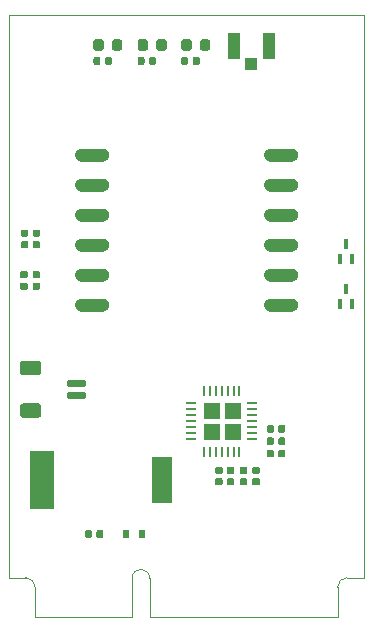
<source format=gbr>
G04 #@! TF.GenerationSoftware,KiCad,Pcbnew,5.1.5+dfsg1-2build2*
G04 #@! TF.CreationDate,2021-01-22T19:49:39+11:00*
G04 #@! TF.ProjectId,mPCIe-GNSS,6d504349-652d-4474-9e53-532e6b696361,1*
G04 #@! TF.SameCoordinates,Original*
G04 #@! TF.FileFunction,Paste,Top*
G04 #@! TF.FilePolarity,Positive*
%FSLAX46Y46*%
G04 Gerber Fmt 4.6, Leading zero omitted, Abs format (unit mm)*
G04 Created by KiCad (PCBNEW 5.1.5+dfsg1-2build2) date 2021-01-22 19:49:39*
%MOMM*%
%LPD*%
G04 APERTURE LIST*
G04 #@! TA.AperFunction,Profile*
%ADD10C,0.050000*%
G04 #@! TD*
%ADD11C,0.010000*%
%ADD12C,0.000100*%
%ADD13C,0.350000*%
%ADD14R,0.900000X0.254000*%
%ADD15R,0.254000X0.900000*%
%ADD16R,1.700000X4.000000*%
%ADD17R,2.000000X5.000000*%
%ADD18R,0.350000X0.810000*%
%ADD19R,1.050000X2.200000*%
%ADD20R,1.000000X1.050000*%
%ADD21R,0.600000X0.700000*%
G04 APERTURE END LIST*
D10*
G04 #@! TO.C,PC1*
X132600000Y-126750000D02*
G75*
G02X134100000Y-126750000I750000J0D01*
G01*
X123600000Y-126700000D02*
G75*
G02X124400000Y-127500000I0J-800000D01*
G01*
X150800000Y-126700000D02*
G75*
G03X150000000Y-127500000I0J-800000D01*
G01*
X134100000Y-130000000D02*
X134100000Y-126750000D01*
X124400000Y-130000000D02*
X124400000Y-127500000D01*
X122200000Y-126700000D02*
X123600000Y-126700000D01*
X150000000Y-130000000D02*
X150000000Y-127500000D01*
X150800000Y-126700000D02*
X152200000Y-126700000D01*
X132600000Y-130000000D02*
X124400000Y-130000000D01*
X122200000Y-79050000D02*
X152200000Y-79050000D01*
X152200000Y-126700000D02*
X152200000Y-79050000D01*
X122200000Y-126700000D02*
X122200000Y-79050000D01*
X134100000Y-130000000D02*
X150000000Y-130000000D01*
X132600000Y-130000000D02*
X132600000Y-126750000D01*
D11*
G04 #@! TO.C,U1*
G36*
X140450000Y-113199544D02*
G01*
X140450000Y-111950000D01*
X141702730Y-111950000D01*
X141702730Y-113199544D01*
X140450000Y-113199544D01*
G37*
X140450000Y-113199544D02*
X140450000Y-111950000D01*
X141702730Y-111950000D01*
X141702730Y-113199544D01*
X140450000Y-113199544D01*
G36*
X140450000Y-114952520D02*
G01*
X140450000Y-113700000D01*
X141702520Y-113700000D01*
X141702520Y-114952520D01*
X140450000Y-114952520D01*
G37*
X140450000Y-114952520D02*
X140450000Y-113700000D01*
X141702520Y-113700000D01*
X141702520Y-114952520D01*
X140450000Y-114952520D01*
G36*
X138700000Y-113199938D02*
G01*
X138700000Y-111950000D01*
X139949938Y-111950000D01*
X139949938Y-113199938D01*
X138700000Y-113199938D01*
G37*
X138700000Y-113199938D02*
X138700000Y-111950000D01*
X139949938Y-111950000D01*
X139949938Y-113199938D01*
X138700000Y-113199938D01*
G36*
X138700000Y-114952480D02*
G01*
X138700000Y-113700000D01*
X139949587Y-113700000D01*
X139949587Y-114952480D01*
X138700000Y-114952480D01*
G37*
X138700000Y-114952480D02*
X138700000Y-113700000D01*
X139949587Y-113700000D01*
X139949587Y-114952480D01*
X138700000Y-114952480D01*
D12*
G04 #@! TO.C,GNSS1*
G36*
X129190000Y-90384000D02*
G01*
X130090000Y-90384000D01*
X130142264Y-90386739D01*
X130193956Y-90394926D01*
X130244508Y-90408472D01*
X130293368Y-90427227D01*
X130340000Y-90450987D01*
X130383893Y-90479492D01*
X130424565Y-90512428D01*
X130461572Y-90549435D01*
X130494508Y-90590107D01*
X130523013Y-90634000D01*
X130546773Y-90680632D01*
X130565528Y-90729492D01*
X130579074Y-90780044D01*
X130587261Y-90831736D01*
X130590000Y-90884000D01*
X130587261Y-90936264D01*
X130579074Y-90987956D01*
X130565528Y-91038508D01*
X130546773Y-91087368D01*
X130523013Y-91134000D01*
X130494508Y-91177893D01*
X130461572Y-91218565D01*
X130424565Y-91255572D01*
X130383893Y-91288508D01*
X130340000Y-91317013D01*
X130293368Y-91340773D01*
X130244508Y-91359528D01*
X130193956Y-91373074D01*
X130142264Y-91381261D01*
X130090000Y-91384000D01*
X128290000Y-91384000D01*
X128237736Y-91381261D01*
X128186044Y-91373074D01*
X128135492Y-91359528D01*
X128086632Y-91340773D01*
X128040000Y-91317013D01*
X127996107Y-91288508D01*
X127955435Y-91255572D01*
X127918428Y-91218565D01*
X127885492Y-91177893D01*
X127856987Y-91134000D01*
X127833227Y-91087368D01*
X127814472Y-91038508D01*
X127800926Y-90987956D01*
X127792739Y-90936264D01*
X127790000Y-90884000D01*
X127792739Y-90831736D01*
X127800926Y-90780044D01*
X127814472Y-90729492D01*
X127833227Y-90680632D01*
X127856987Y-90634000D01*
X127885492Y-90590107D01*
X127918428Y-90549435D01*
X127955435Y-90512428D01*
X127996107Y-90479492D01*
X128040000Y-90450987D01*
X128086632Y-90427227D01*
X128135492Y-90408472D01*
X128186044Y-90394926D01*
X128237736Y-90386739D01*
X128290000Y-90384000D01*
X129190000Y-90384000D01*
G37*
X129190000Y-90384000D02*
X130090000Y-90384000D01*
X130142264Y-90386739D01*
X130193956Y-90394926D01*
X130244508Y-90408472D01*
X130293368Y-90427227D01*
X130340000Y-90450987D01*
X130383893Y-90479492D01*
X130424565Y-90512428D01*
X130461572Y-90549435D01*
X130494508Y-90590107D01*
X130523013Y-90634000D01*
X130546773Y-90680632D01*
X130565528Y-90729492D01*
X130579074Y-90780044D01*
X130587261Y-90831736D01*
X130590000Y-90884000D01*
X130587261Y-90936264D01*
X130579074Y-90987956D01*
X130565528Y-91038508D01*
X130546773Y-91087368D01*
X130523013Y-91134000D01*
X130494508Y-91177893D01*
X130461572Y-91218565D01*
X130424565Y-91255572D01*
X130383893Y-91288508D01*
X130340000Y-91317013D01*
X130293368Y-91340773D01*
X130244508Y-91359528D01*
X130193956Y-91373074D01*
X130142264Y-91381261D01*
X130090000Y-91384000D01*
X128290000Y-91384000D01*
X128237736Y-91381261D01*
X128186044Y-91373074D01*
X128135492Y-91359528D01*
X128086632Y-91340773D01*
X128040000Y-91317013D01*
X127996107Y-91288508D01*
X127955435Y-91255572D01*
X127918428Y-91218565D01*
X127885492Y-91177893D01*
X127856987Y-91134000D01*
X127833227Y-91087368D01*
X127814472Y-91038508D01*
X127800926Y-90987956D01*
X127792739Y-90936264D01*
X127790000Y-90884000D01*
X127792739Y-90831736D01*
X127800926Y-90780044D01*
X127814472Y-90729492D01*
X127833227Y-90680632D01*
X127856987Y-90634000D01*
X127885492Y-90590107D01*
X127918428Y-90549435D01*
X127955435Y-90512428D01*
X127996107Y-90479492D01*
X128040000Y-90450987D01*
X128086632Y-90427227D01*
X128135492Y-90408472D01*
X128186044Y-90394926D01*
X128237736Y-90386739D01*
X128290000Y-90384000D01*
X129190000Y-90384000D01*
G36*
X129190000Y-92924000D02*
G01*
X130090000Y-92924000D01*
X130142264Y-92926739D01*
X130193956Y-92934926D01*
X130244508Y-92948472D01*
X130293368Y-92967227D01*
X130340000Y-92990987D01*
X130383893Y-93019492D01*
X130424565Y-93052428D01*
X130461572Y-93089435D01*
X130494508Y-93130107D01*
X130523013Y-93174000D01*
X130546773Y-93220632D01*
X130565528Y-93269492D01*
X130579074Y-93320044D01*
X130587261Y-93371736D01*
X130590000Y-93424000D01*
X130587261Y-93476264D01*
X130579074Y-93527956D01*
X130565528Y-93578508D01*
X130546773Y-93627368D01*
X130523013Y-93674000D01*
X130494508Y-93717893D01*
X130461572Y-93758565D01*
X130424565Y-93795572D01*
X130383893Y-93828508D01*
X130340000Y-93857013D01*
X130293368Y-93880773D01*
X130244508Y-93899528D01*
X130193956Y-93913074D01*
X130142264Y-93921261D01*
X130090000Y-93924000D01*
X128290000Y-93924000D01*
X128237736Y-93921261D01*
X128186044Y-93913074D01*
X128135492Y-93899528D01*
X128086632Y-93880773D01*
X128040000Y-93857013D01*
X127996107Y-93828508D01*
X127955435Y-93795572D01*
X127918428Y-93758565D01*
X127885492Y-93717893D01*
X127856987Y-93674000D01*
X127833227Y-93627368D01*
X127814472Y-93578508D01*
X127800926Y-93527956D01*
X127792739Y-93476264D01*
X127790000Y-93424000D01*
X127792739Y-93371736D01*
X127800926Y-93320044D01*
X127814472Y-93269492D01*
X127833227Y-93220632D01*
X127856987Y-93174000D01*
X127885492Y-93130107D01*
X127918428Y-93089435D01*
X127955435Y-93052428D01*
X127996107Y-93019492D01*
X128040000Y-92990987D01*
X128086632Y-92967227D01*
X128135492Y-92948472D01*
X128186044Y-92934926D01*
X128237736Y-92926739D01*
X128290000Y-92924000D01*
X129190000Y-92924000D01*
G37*
X129190000Y-92924000D02*
X130090000Y-92924000D01*
X130142264Y-92926739D01*
X130193956Y-92934926D01*
X130244508Y-92948472D01*
X130293368Y-92967227D01*
X130340000Y-92990987D01*
X130383893Y-93019492D01*
X130424565Y-93052428D01*
X130461572Y-93089435D01*
X130494508Y-93130107D01*
X130523013Y-93174000D01*
X130546773Y-93220632D01*
X130565528Y-93269492D01*
X130579074Y-93320044D01*
X130587261Y-93371736D01*
X130590000Y-93424000D01*
X130587261Y-93476264D01*
X130579074Y-93527956D01*
X130565528Y-93578508D01*
X130546773Y-93627368D01*
X130523013Y-93674000D01*
X130494508Y-93717893D01*
X130461572Y-93758565D01*
X130424565Y-93795572D01*
X130383893Y-93828508D01*
X130340000Y-93857013D01*
X130293368Y-93880773D01*
X130244508Y-93899528D01*
X130193956Y-93913074D01*
X130142264Y-93921261D01*
X130090000Y-93924000D01*
X128290000Y-93924000D01*
X128237736Y-93921261D01*
X128186044Y-93913074D01*
X128135492Y-93899528D01*
X128086632Y-93880773D01*
X128040000Y-93857013D01*
X127996107Y-93828508D01*
X127955435Y-93795572D01*
X127918428Y-93758565D01*
X127885492Y-93717893D01*
X127856987Y-93674000D01*
X127833227Y-93627368D01*
X127814472Y-93578508D01*
X127800926Y-93527956D01*
X127792739Y-93476264D01*
X127790000Y-93424000D01*
X127792739Y-93371736D01*
X127800926Y-93320044D01*
X127814472Y-93269492D01*
X127833227Y-93220632D01*
X127856987Y-93174000D01*
X127885492Y-93130107D01*
X127918428Y-93089435D01*
X127955435Y-93052428D01*
X127996107Y-93019492D01*
X128040000Y-92990987D01*
X128086632Y-92967227D01*
X128135492Y-92948472D01*
X128186044Y-92934926D01*
X128237736Y-92926739D01*
X128290000Y-92924000D01*
X129190000Y-92924000D01*
G36*
X129190000Y-103084000D02*
G01*
X130090000Y-103084000D01*
X130142264Y-103086739D01*
X130193956Y-103094926D01*
X130244508Y-103108472D01*
X130293368Y-103127227D01*
X130340000Y-103150987D01*
X130383893Y-103179492D01*
X130424565Y-103212428D01*
X130461572Y-103249435D01*
X130494508Y-103290107D01*
X130523013Y-103334000D01*
X130546773Y-103380632D01*
X130565528Y-103429492D01*
X130579074Y-103480044D01*
X130587261Y-103531736D01*
X130590000Y-103584000D01*
X130587261Y-103636264D01*
X130579074Y-103687956D01*
X130565528Y-103738508D01*
X130546773Y-103787368D01*
X130523013Y-103834000D01*
X130494508Y-103877893D01*
X130461572Y-103918565D01*
X130424565Y-103955572D01*
X130383893Y-103988508D01*
X130340000Y-104017013D01*
X130293368Y-104040773D01*
X130244508Y-104059528D01*
X130193956Y-104073074D01*
X130142264Y-104081261D01*
X130090000Y-104084000D01*
X128290000Y-104084000D01*
X128237736Y-104081261D01*
X128186044Y-104073074D01*
X128135492Y-104059528D01*
X128086632Y-104040773D01*
X128040000Y-104017013D01*
X127996107Y-103988508D01*
X127955435Y-103955572D01*
X127918428Y-103918565D01*
X127885492Y-103877893D01*
X127856987Y-103834000D01*
X127833227Y-103787368D01*
X127814472Y-103738508D01*
X127800926Y-103687956D01*
X127792739Y-103636264D01*
X127790000Y-103584000D01*
X127792739Y-103531736D01*
X127800926Y-103480044D01*
X127814472Y-103429492D01*
X127833227Y-103380632D01*
X127856987Y-103334000D01*
X127885492Y-103290107D01*
X127918428Y-103249435D01*
X127955435Y-103212428D01*
X127996107Y-103179492D01*
X128040000Y-103150987D01*
X128086632Y-103127227D01*
X128135492Y-103108472D01*
X128186044Y-103094926D01*
X128237736Y-103086739D01*
X128290000Y-103084000D01*
X129190000Y-103084000D01*
G37*
X129190000Y-103084000D02*
X130090000Y-103084000D01*
X130142264Y-103086739D01*
X130193956Y-103094926D01*
X130244508Y-103108472D01*
X130293368Y-103127227D01*
X130340000Y-103150987D01*
X130383893Y-103179492D01*
X130424565Y-103212428D01*
X130461572Y-103249435D01*
X130494508Y-103290107D01*
X130523013Y-103334000D01*
X130546773Y-103380632D01*
X130565528Y-103429492D01*
X130579074Y-103480044D01*
X130587261Y-103531736D01*
X130590000Y-103584000D01*
X130587261Y-103636264D01*
X130579074Y-103687956D01*
X130565528Y-103738508D01*
X130546773Y-103787368D01*
X130523013Y-103834000D01*
X130494508Y-103877893D01*
X130461572Y-103918565D01*
X130424565Y-103955572D01*
X130383893Y-103988508D01*
X130340000Y-104017013D01*
X130293368Y-104040773D01*
X130244508Y-104059528D01*
X130193956Y-104073074D01*
X130142264Y-104081261D01*
X130090000Y-104084000D01*
X128290000Y-104084000D01*
X128237736Y-104081261D01*
X128186044Y-104073074D01*
X128135492Y-104059528D01*
X128086632Y-104040773D01*
X128040000Y-104017013D01*
X127996107Y-103988508D01*
X127955435Y-103955572D01*
X127918428Y-103918565D01*
X127885492Y-103877893D01*
X127856987Y-103834000D01*
X127833227Y-103787368D01*
X127814472Y-103738508D01*
X127800926Y-103687956D01*
X127792739Y-103636264D01*
X127790000Y-103584000D01*
X127792739Y-103531736D01*
X127800926Y-103480044D01*
X127814472Y-103429492D01*
X127833227Y-103380632D01*
X127856987Y-103334000D01*
X127885492Y-103290107D01*
X127918428Y-103249435D01*
X127955435Y-103212428D01*
X127996107Y-103179492D01*
X128040000Y-103150987D01*
X128086632Y-103127227D01*
X128135492Y-103108472D01*
X128186044Y-103094926D01*
X128237736Y-103086739D01*
X128290000Y-103084000D01*
X129190000Y-103084000D01*
G36*
X129190000Y-100544000D02*
G01*
X130090000Y-100544000D01*
X130142264Y-100546739D01*
X130193956Y-100554926D01*
X130244508Y-100568472D01*
X130293368Y-100587227D01*
X130340000Y-100610987D01*
X130383893Y-100639492D01*
X130424565Y-100672428D01*
X130461572Y-100709435D01*
X130494508Y-100750107D01*
X130523013Y-100794000D01*
X130546773Y-100840632D01*
X130565528Y-100889492D01*
X130579074Y-100940044D01*
X130587261Y-100991736D01*
X130590000Y-101044000D01*
X130587261Y-101096264D01*
X130579074Y-101147956D01*
X130565528Y-101198508D01*
X130546773Y-101247368D01*
X130523013Y-101294000D01*
X130494508Y-101337893D01*
X130461572Y-101378565D01*
X130424565Y-101415572D01*
X130383893Y-101448508D01*
X130340000Y-101477013D01*
X130293368Y-101500773D01*
X130244508Y-101519528D01*
X130193956Y-101533074D01*
X130142264Y-101541261D01*
X130090000Y-101544000D01*
X128290000Y-101544000D01*
X128237736Y-101541261D01*
X128186044Y-101533074D01*
X128135492Y-101519528D01*
X128086632Y-101500773D01*
X128040000Y-101477013D01*
X127996107Y-101448508D01*
X127955435Y-101415572D01*
X127918428Y-101378565D01*
X127885492Y-101337893D01*
X127856987Y-101294000D01*
X127833227Y-101247368D01*
X127814472Y-101198508D01*
X127800926Y-101147956D01*
X127792739Y-101096264D01*
X127790000Y-101044000D01*
X127792739Y-100991736D01*
X127800926Y-100940044D01*
X127814472Y-100889492D01*
X127833227Y-100840632D01*
X127856987Y-100794000D01*
X127885492Y-100750107D01*
X127918428Y-100709435D01*
X127955435Y-100672428D01*
X127996107Y-100639492D01*
X128040000Y-100610987D01*
X128086632Y-100587227D01*
X128135492Y-100568472D01*
X128186044Y-100554926D01*
X128237736Y-100546739D01*
X128290000Y-100544000D01*
X129190000Y-100544000D01*
G37*
X129190000Y-100544000D02*
X130090000Y-100544000D01*
X130142264Y-100546739D01*
X130193956Y-100554926D01*
X130244508Y-100568472D01*
X130293368Y-100587227D01*
X130340000Y-100610987D01*
X130383893Y-100639492D01*
X130424565Y-100672428D01*
X130461572Y-100709435D01*
X130494508Y-100750107D01*
X130523013Y-100794000D01*
X130546773Y-100840632D01*
X130565528Y-100889492D01*
X130579074Y-100940044D01*
X130587261Y-100991736D01*
X130590000Y-101044000D01*
X130587261Y-101096264D01*
X130579074Y-101147956D01*
X130565528Y-101198508D01*
X130546773Y-101247368D01*
X130523013Y-101294000D01*
X130494508Y-101337893D01*
X130461572Y-101378565D01*
X130424565Y-101415572D01*
X130383893Y-101448508D01*
X130340000Y-101477013D01*
X130293368Y-101500773D01*
X130244508Y-101519528D01*
X130193956Y-101533074D01*
X130142264Y-101541261D01*
X130090000Y-101544000D01*
X128290000Y-101544000D01*
X128237736Y-101541261D01*
X128186044Y-101533074D01*
X128135492Y-101519528D01*
X128086632Y-101500773D01*
X128040000Y-101477013D01*
X127996107Y-101448508D01*
X127955435Y-101415572D01*
X127918428Y-101378565D01*
X127885492Y-101337893D01*
X127856987Y-101294000D01*
X127833227Y-101247368D01*
X127814472Y-101198508D01*
X127800926Y-101147956D01*
X127792739Y-101096264D01*
X127790000Y-101044000D01*
X127792739Y-100991736D01*
X127800926Y-100940044D01*
X127814472Y-100889492D01*
X127833227Y-100840632D01*
X127856987Y-100794000D01*
X127885492Y-100750107D01*
X127918428Y-100709435D01*
X127955435Y-100672428D01*
X127996107Y-100639492D01*
X128040000Y-100610987D01*
X128086632Y-100587227D01*
X128135492Y-100568472D01*
X128186044Y-100554926D01*
X128237736Y-100546739D01*
X128290000Y-100544000D01*
X129190000Y-100544000D01*
G36*
X129190000Y-98004000D02*
G01*
X130090000Y-98004000D01*
X130142264Y-98006739D01*
X130193956Y-98014926D01*
X130244508Y-98028472D01*
X130293368Y-98047227D01*
X130340000Y-98070987D01*
X130383893Y-98099492D01*
X130424565Y-98132428D01*
X130461572Y-98169435D01*
X130494508Y-98210107D01*
X130523013Y-98254000D01*
X130546773Y-98300632D01*
X130565528Y-98349492D01*
X130579074Y-98400044D01*
X130587261Y-98451736D01*
X130590000Y-98504000D01*
X130587261Y-98556264D01*
X130579074Y-98607956D01*
X130565528Y-98658508D01*
X130546773Y-98707368D01*
X130523013Y-98754000D01*
X130494508Y-98797893D01*
X130461572Y-98838565D01*
X130424565Y-98875572D01*
X130383893Y-98908508D01*
X130340000Y-98937013D01*
X130293368Y-98960773D01*
X130244508Y-98979528D01*
X130193956Y-98993074D01*
X130142264Y-99001261D01*
X130090000Y-99004000D01*
X128290000Y-99004000D01*
X128237736Y-99001261D01*
X128186044Y-98993074D01*
X128135492Y-98979528D01*
X128086632Y-98960773D01*
X128040000Y-98937013D01*
X127996107Y-98908508D01*
X127955435Y-98875572D01*
X127918428Y-98838565D01*
X127885492Y-98797893D01*
X127856987Y-98754000D01*
X127833227Y-98707368D01*
X127814472Y-98658508D01*
X127800926Y-98607956D01*
X127792739Y-98556264D01*
X127790000Y-98504000D01*
X127792739Y-98451736D01*
X127800926Y-98400044D01*
X127814472Y-98349492D01*
X127833227Y-98300632D01*
X127856987Y-98254000D01*
X127885492Y-98210107D01*
X127918428Y-98169435D01*
X127955435Y-98132428D01*
X127996107Y-98099492D01*
X128040000Y-98070987D01*
X128086632Y-98047227D01*
X128135492Y-98028472D01*
X128186044Y-98014926D01*
X128237736Y-98006739D01*
X128290000Y-98004000D01*
X129190000Y-98004000D01*
G37*
X129190000Y-98004000D02*
X130090000Y-98004000D01*
X130142264Y-98006739D01*
X130193956Y-98014926D01*
X130244508Y-98028472D01*
X130293368Y-98047227D01*
X130340000Y-98070987D01*
X130383893Y-98099492D01*
X130424565Y-98132428D01*
X130461572Y-98169435D01*
X130494508Y-98210107D01*
X130523013Y-98254000D01*
X130546773Y-98300632D01*
X130565528Y-98349492D01*
X130579074Y-98400044D01*
X130587261Y-98451736D01*
X130590000Y-98504000D01*
X130587261Y-98556264D01*
X130579074Y-98607956D01*
X130565528Y-98658508D01*
X130546773Y-98707368D01*
X130523013Y-98754000D01*
X130494508Y-98797893D01*
X130461572Y-98838565D01*
X130424565Y-98875572D01*
X130383893Y-98908508D01*
X130340000Y-98937013D01*
X130293368Y-98960773D01*
X130244508Y-98979528D01*
X130193956Y-98993074D01*
X130142264Y-99001261D01*
X130090000Y-99004000D01*
X128290000Y-99004000D01*
X128237736Y-99001261D01*
X128186044Y-98993074D01*
X128135492Y-98979528D01*
X128086632Y-98960773D01*
X128040000Y-98937013D01*
X127996107Y-98908508D01*
X127955435Y-98875572D01*
X127918428Y-98838565D01*
X127885492Y-98797893D01*
X127856987Y-98754000D01*
X127833227Y-98707368D01*
X127814472Y-98658508D01*
X127800926Y-98607956D01*
X127792739Y-98556264D01*
X127790000Y-98504000D01*
X127792739Y-98451736D01*
X127800926Y-98400044D01*
X127814472Y-98349492D01*
X127833227Y-98300632D01*
X127856987Y-98254000D01*
X127885492Y-98210107D01*
X127918428Y-98169435D01*
X127955435Y-98132428D01*
X127996107Y-98099492D01*
X128040000Y-98070987D01*
X128086632Y-98047227D01*
X128135492Y-98028472D01*
X128186044Y-98014926D01*
X128237736Y-98006739D01*
X128290000Y-98004000D01*
X129190000Y-98004000D01*
G36*
X145190000Y-103084000D02*
G01*
X146090000Y-103084000D01*
X146142264Y-103086739D01*
X146193956Y-103094926D01*
X146244508Y-103108472D01*
X146293368Y-103127227D01*
X146340000Y-103150987D01*
X146383893Y-103179492D01*
X146424565Y-103212428D01*
X146461572Y-103249435D01*
X146494508Y-103290107D01*
X146523013Y-103334000D01*
X146546773Y-103380632D01*
X146565528Y-103429492D01*
X146579074Y-103480044D01*
X146587261Y-103531736D01*
X146590000Y-103584000D01*
X146587261Y-103636264D01*
X146579074Y-103687956D01*
X146565528Y-103738508D01*
X146546773Y-103787368D01*
X146523013Y-103834000D01*
X146494508Y-103877893D01*
X146461572Y-103918565D01*
X146424565Y-103955572D01*
X146383893Y-103988508D01*
X146340000Y-104017013D01*
X146293368Y-104040773D01*
X146244508Y-104059528D01*
X146193956Y-104073074D01*
X146142264Y-104081261D01*
X146090000Y-104084000D01*
X144290000Y-104084000D01*
X144237736Y-104081261D01*
X144186044Y-104073074D01*
X144135492Y-104059528D01*
X144086632Y-104040773D01*
X144040000Y-104017013D01*
X143996107Y-103988508D01*
X143955435Y-103955572D01*
X143918428Y-103918565D01*
X143885492Y-103877893D01*
X143856987Y-103834000D01*
X143833227Y-103787368D01*
X143814472Y-103738508D01*
X143800926Y-103687956D01*
X143792739Y-103636264D01*
X143790000Y-103584000D01*
X143792739Y-103531736D01*
X143800926Y-103480044D01*
X143814472Y-103429492D01*
X143833227Y-103380632D01*
X143856987Y-103334000D01*
X143885492Y-103290107D01*
X143918428Y-103249435D01*
X143955435Y-103212428D01*
X143996107Y-103179492D01*
X144040000Y-103150987D01*
X144086632Y-103127227D01*
X144135492Y-103108472D01*
X144186044Y-103094926D01*
X144237736Y-103086739D01*
X144290000Y-103084000D01*
X145190000Y-103084000D01*
G37*
X145190000Y-103084000D02*
X146090000Y-103084000D01*
X146142264Y-103086739D01*
X146193956Y-103094926D01*
X146244508Y-103108472D01*
X146293368Y-103127227D01*
X146340000Y-103150987D01*
X146383893Y-103179492D01*
X146424565Y-103212428D01*
X146461572Y-103249435D01*
X146494508Y-103290107D01*
X146523013Y-103334000D01*
X146546773Y-103380632D01*
X146565528Y-103429492D01*
X146579074Y-103480044D01*
X146587261Y-103531736D01*
X146590000Y-103584000D01*
X146587261Y-103636264D01*
X146579074Y-103687956D01*
X146565528Y-103738508D01*
X146546773Y-103787368D01*
X146523013Y-103834000D01*
X146494508Y-103877893D01*
X146461572Y-103918565D01*
X146424565Y-103955572D01*
X146383893Y-103988508D01*
X146340000Y-104017013D01*
X146293368Y-104040773D01*
X146244508Y-104059528D01*
X146193956Y-104073074D01*
X146142264Y-104081261D01*
X146090000Y-104084000D01*
X144290000Y-104084000D01*
X144237736Y-104081261D01*
X144186044Y-104073074D01*
X144135492Y-104059528D01*
X144086632Y-104040773D01*
X144040000Y-104017013D01*
X143996107Y-103988508D01*
X143955435Y-103955572D01*
X143918428Y-103918565D01*
X143885492Y-103877893D01*
X143856987Y-103834000D01*
X143833227Y-103787368D01*
X143814472Y-103738508D01*
X143800926Y-103687956D01*
X143792739Y-103636264D01*
X143790000Y-103584000D01*
X143792739Y-103531736D01*
X143800926Y-103480044D01*
X143814472Y-103429492D01*
X143833227Y-103380632D01*
X143856987Y-103334000D01*
X143885492Y-103290107D01*
X143918428Y-103249435D01*
X143955435Y-103212428D01*
X143996107Y-103179492D01*
X144040000Y-103150987D01*
X144086632Y-103127227D01*
X144135492Y-103108472D01*
X144186044Y-103094926D01*
X144237736Y-103086739D01*
X144290000Y-103084000D01*
X145190000Y-103084000D01*
G36*
X145190000Y-100544000D02*
G01*
X146090000Y-100544000D01*
X146142264Y-100546739D01*
X146193956Y-100554926D01*
X146244508Y-100568472D01*
X146293368Y-100587227D01*
X146340000Y-100610987D01*
X146383893Y-100639492D01*
X146424565Y-100672428D01*
X146461572Y-100709435D01*
X146494508Y-100750107D01*
X146523013Y-100794000D01*
X146546773Y-100840632D01*
X146565528Y-100889492D01*
X146579074Y-100940044D01*
X146587261Y-100991736D01*
X146590000Y-101044000D01*
X146587261Y-101096264D01*
X146579074Y-101147956D01*
X146565528Y-101198508D01*
X146546773Y-101247368D01*
X146523013Y-101294000D01*
X146494508Y-101337893D01*
X146461572Y-101378565D01*
X146424565Y-101415572D01*
X146383893Y-101448508D01*
X146340000Y-101477013D01*
X146293368Y-101500773D01*
X146244508Y-101519528D01*
X146193956Y-101533074D01*
X146142264Y-101541261D01*
X146090000Y-101544000D01*
X144290000Y-101544000D01*
X144237736Y-101541261D01*
X144186044Y-101533074D01*
X144135492Y-101519528D01*
X144086632Y-101500773D01*
X144040000Y-101477013D01*
X143996107Y-101448508D01*
X143955435Y-101415572D01*
X143918428Y-101378565D01*
X143885492Y-101337893D01*
X143856987Y-101294000D01*
X143833227Y-101247368D01*
X143814472Y-101198508D01*
X143800926Y-101147956D01*
X143792739Y-101096264D01*
X143790000Y-101044000D01*
X143792739Y-100991736D01*
X143800926Y-100940044D01*
X143814472Y-100889492D01*
X143833227Y-100840632D01*
X143856987Y-100794000D01*
X143885492Y-100750107D01*
X143918428Y-100709435D01*
X143955435Y-100672428D01*
X143996107Y-100639492D01*
X144040000Y-100610987D01*
X144086632Y-100587227D01*
X144135492Y-100568472D01*
X144186044Y-100554926D01*
X144237736Y-100546739D01*
X144290000Y-100544000D01*
X145190000Y-100544000D01*
G37*
X145190000Y-100544000D02*
X146090000Y-100544000D01*
X146142264Y-100546739D01*
X146193956Y-100554926D01*
X146244508Y-100568472D01*
X146293368Y-100587227D01*
X146340000Y-100610987D01*
X146383893Y-100639492D01*
X146424565Y-100672428D01*
X146461572Y-100709435D01*
X146494508Y-100750107D01*
X146523013Y-100794000D01*
X146546773Y-100840632D01*
X146565528Y-100889492D01*
X146579074Y-100940044D01*
X146587261Y-100991736D01*
X146590000Y-101044000D01*
X146587261Y-101096264D01*
X146579074Y-101147956D01*
X146565528Y-101198508D01*
X146546773Y-101247368D01*
X146523013Y-101294000D01*
X146494508Y-101337893D01*
X146461572Y-101378565D01*
X146424565Y-101415572D01*
X146383893Y-101448508D01*
X146340000Y-101477013D01*
X146293368Y-101500773D01*
X146244508Y-101519528D01*
X146193956Y-101533074D01*
X146142264Y-101541261D01*
X146090000Y-101544000D01*
X144290000Y-101544000D01*
X144237736Y-101541261D01*
X144186044Y-101533074D01*
X144135492Y-101519528D01*
X144086632Y-101500773D01*
X144040000Y-101477013D01*
X143996107Y-101448508D01*
X143955435Y-101415572D01*
X143918428Y-101378565D01*
X143885492Y-101337893D01*
X143856987Y-101294000D01*
X143833227Y-101247368D01*
X143814472Y-101198508D01*
X143800926Y-101147956D01*
X143792739Y-101096264D01*
X143790000Y-101044000D01*
X143792739Y-100991736D01*
X143800926Y-100940044D01*
X143814472Y-100889492D01*
X143833227Y-100840632D01*
X143856987Y-100794000D01*
X143885492Y-100750107D01*
X143918428Y-100709435D01*
X143955435Y-100672428D01*
X143996107Y-100639492D01*
X144040000Y-100610987D01*
X144086632Y-100587227D01*
X144135492Y-100568472D01*
X144186044Y-100554926D01*
X144237736Y-100546739D01*
X144290000Y-100544000D01*
X145190000Y-100544000D01*
G36*
X145190000Y-98004000D02*
G01*
X146090000Y-98004000D01*
X146142264Y-98006739D01*
X146193956Y-98014926D01*
X146244508Y-98028472D01*
X146293368Y-98047227D01*
X146340000Y-98070987D01*
X146383893Y-98099492D01*
X146424565Y-98132428D01*
X146461572Y-98169435D01*
X146494508Y-98210107D01*
X146523013Y-98254000D01*
X146546773Y-98300632D01*
X146565528Y-98349492D01*
X146579074Y-98400044D01*
X146587261Y-98451736D01*
X146590000Y-98504000D01*
X146587261Y-98556264D01*
X146579074Y-98607956D01*
X146565528Y-98658508D01*
X146546773Y-98707368D01*
X146523013Y-98754000D01*
X146494508Y-98797893D01*
X146461572Y-98838565D01*
X146424565Y-98875572D01*
X146383893Y-98908508D01*
X146340000Y-98937013D01*
X146293368Y-98960773D01*
X146244508Y-98979528D01*
X146193956Y-98993074D01*
X146142264Y-99001261D01*
X146090000Y-99004000D01*
X144290000Y-99004000D01*
X144237736Y-99001261D01*
X144186044Y-98993074D01*
X144135492Y-98979528D01*
X144086632Y-98960773D01*
X144040000Y-98937013D01*
X143996107Y-98908508D01*
X143955435Y-98875572D01*
X143918428Y-98838565D01*
X143885492Y-98797893D01*
X143856987Y-98754000D01*
X143833227Y-98707368D01*
X143814472Y-98658508D01*
X143800926Y-98607956D01*
X143792739Y-98556264D01*
X143790000Y-98504000D01*
X143792739Y-98451736D01*
X143800926Y-98400044D01*
X143814472Y-98349492D01*
X143833227Y-98300632D01*
X143856987Y-98254000D01*
X143885492Y-98210107D01*
X143918428Y-98169435D01*
X143955435Y-98132428D01*
X143996107Y-98099492D01*
X144040000Y-98070987D01*
X144086632Y-98047227D01*
X144135492Y-98028472D01*
X144186044Y-98014926D01*
X144237736Y-98006739D01*
X144290000Y-98004000D01*
X145190000Y-98004000D01*
G37*
X145190000Y-98004000D02*
X146090000Y-98004000D01*
X146142264Y-98006739D01*
X146193956Y-98014926D01*
X146244508Y-98028472D01*
X146293368Y-98047227D01*
X146340000Y-98070987D01*
X146383893Y-98099492D01*
X146424565Y-98132428D01*
X146461572Y-98169435D01*
X146494508Y-98210107D01*
X146523013Y-98254000D01*
X146546773Y-98300632D01*
X146565528Y-98349492D01*
X146579074Y-98400044D01*
X146587261Y-98451736D01*
X146590000Y-98504000D01*
X146587261Y-98556264D01*
X146579074Y-98607956D01*
X146565528Y-98658508D01*
X146546773Y-98707368D01*
X146523013Y-98754000D01*
X146494508Y-98797893D01*
X146461572Y-98838565D01*
X146424565Y-98875572D01*
X146383893Y-98908508D01*
X146340000Y-98937013D01*
X146293368Y-98960773D01*
X146244508Y-98979528D01*
X146193956Y-98993074D01*
X146142264Y-99001261D01*
X146090000Y-99004000D01*
X144290000Y-99004000D01*
X144237736Y-99001261D01*
X144186044Y-98993074D01*
X144135492Y-98979528D01*
X144086632Y-98960773D01*
X144040000Y-98937013D01*
X143996107Y-98908508D01*
X143955435Y-98875572D01*
X143918428Y-98838565D01*
X143885492Y-98797893D01*
X143856987Y-98754000D01*
X143833227Y-98707368D01*
X143814472Y-98658508D01*
X143800926Y-98607956D01*
X143792739Y-98556264D01*
X143790000Y-98504000D01*
X143792739Y-98451736D01*
X143800926Y-98400044D01*
X143814472Y-98349492D01*
X143833227Y-98300632D01*
X143856987Y-98254000D01*
X143885492Y-98210107D01*
X143918428Y-98169435D01*
X143955435Y-98132428D01*
X143996107Y-98099492D01*
X144040000Y-98070987D01*
X144086632Y-98047227D01*
X144135492Y-98028472D01*
X144186044Y-98014926D01*
X144237736Y-98006739D01*
X144290000Y-98004000D01*
X145190000Y-98004000D01*
G36*
X145190000Y-90384000D02*
G01*
X146090000Y-90384000D01*
X146142264Y-90386739D01*
X146193956Y-90394926D01*
X146244508Y-90408472D01*
X146293368Y-90427227D01*
X146340000Y-90450987D01*
X146383893Y-90479492D01*
X146424565Y-90512428D01*
X146461572Y-90549435D01*
X146494508Y-90590107D01*
X146523013Y-90634000D01*
X146546773Y-90680632D01*
X146565528Y-90729492D01*
X146579074Y-90780044D01*
X146587261Y-90831736D01*
X146590000Y-90884000D01*
X146587261Y-90936264D01*
X146579074Y-90987956D01*
X146565528Y-91038508D01*
X146546773Y-91087368D01*
X146523013Y-91134000D01*
X146494508Y-91177893D01*
X146461572Y-91218565D01*
X146424565Y-91255572D01*
X146383893Y-91288508D01*
X146340000Y-91317013D01*
X146293368Y-91340773D01*
X146244508Y-91359528D01*
X146193956Y-91373074D01*
X146142264Y-91381261D01*
X146090000Y-91384000D01*
X144290000Y-91384000D01*
X144237736Y-91381261D01*
X144186044Y-91373074D01*
X144135492Y-91359528D01*
X144086632Y-91340773D01*
X144040000Y-91317013D01*
X143996107Y-91288508D01*
X143955435Y-91255572D01*
X143918428Y-91218565D01*
X143885492Y-91177893D01*
X143856987Y-91134000D01*
X143833227Y-91087368D01*
X143814472Y-91038508D01*
X143800926Y-90987956D01*
X143792739Y-90936264D01*
X143790000Y-90884000D01*
X143792739Y-90831736D01*
X143800926Y-90780044D01*
X143814472Y-90729492D01*
X143833227Y-90680632D01*
X143856987Y-90634000D01*
X143885492Y-90590107D01*
X143918428Y-90549435D01*
X143955435Y-90512428D01*
X143996107Y-90479492D01*
X144040000Y-90450987D01*
X144086632Y-90427227D01*
X144135492Y-90408472D01*
X144186044Y-90394926D01*
X144237736Y-90386739D01*
X144290000Y-90384000D01*
X145190000Y-90384000D01*
G37*
X145190000Y-90384000D02*
X146090000Y-90384000D01*
X146142264Y-90386739D01*
X146193956Y-90394926D01*
X146244508Y-90408472D01*
X146293368Y-90427227D01*
X146340000Y-90450987D01*
X146383893Y-90479492D01*
X146424565Y-90512428D01*
X146461572Y-90549435D01*
X146494508Y-90590107D01*
X146523013Y-90634000D01*
X146546773Y-90680632D01*
X146565528Y-90729492D01*
X146579074Y-90780044D01*
X146587261Y-90831736D01*
X146590000Y-90884000D01*
X146587261Y-90936264D01*
X146579074Y-90987956D01*
X146565528Y-91038508D01*
X146546773Y-91087368D01*
X146523013Y-91134000D01*
X146494508Y-91177893D01*
X146461572Y-91218565D01*
X146424565Y-91255572D01*
X146383893Y-91288508D01*
X146340000Y-91317013D01*
X146293368Y-91340773D01*
X146244508Y-91359528D01*
X146193956Y-91373074D01*
X146142264Y-91381261D01*
X146090000Y-91384000D01*
X144290000Y-91384000D01*
X144237736Y-91381261D01*
X144186044Y-91373074D01*
X144135492Y-91359528D01*
X144086632Y-91340773D01*
X144040000Y-91317013D01*
X143996107Y-91288508D01*
X143955435Y-91255572D01*
X143918428Y-91218565D01*
X143885492Y-91177893D01*
X143856987Y-91134000D01*
X143833227Y-91087368D01*
X143814472Y-91038508D01*
X143800926Y-90987956D01*
X143792739Y-90936264D01*
X143790000Y-90884000D01*
X143792739Y-90831736D01*
X143800926Y-90780044D01*
X143814472Y-90729492D01*
X143833227Y-90680632D01*
X143856987Y-90634000D01*
X143885492Y-90590107D01*
X143918428Y-90549435D01*
X143955435Y-90512428D01*
X143996107Y-90479492D01*
X144040000Y-90450987D01*
X144086632Y-90427227D01*
X144135492Y-90408472D01*
X144186044Y-90394926D01*
X144237736Y-90386739D01*
X144290000Y-90384000D01*
X145190000Y-90384000D01*
G36*
X145190000Y-92924000D02*
G01*
X146090000Y-92924000D01*
X146142264Y-92926739D01*
X146193956Y-92934926D01*
X146244508Y-92948472D01*
X146293368Y-92967227D01*
X146340000Y-92990987D01*
X146383893Y-93019492D01*
X146424565Y-93052428D01*
X146461572Y-93089435D01*
X146494508Y-93130107D01*
X146523013Y-93174000D01*
X146546773Y-93220632D01*
X146565528Y-93269492D01*
X146579074Y-93320044D01*
X146587261Y-93371736D01*
X146590000Y-93424000D01*
X146587261Y-93476264D01*
X146579074Y-93527956D01*
X146565528Y-93578508D01*
X146546773Y-93627368D01*
X146523013Y-93674000D01*
X146494508Y-93717893D01*
X146461572Y-93758565D01*
X146424565Y-93795572D01*
X146383893Y-93828508D01*
X146340000Y-93857013D01*
X146293368Y-93880773D01*
X146244508Y-93899528D01*
X146193956Y-93913074D01*
X146142264Y-93921261D01*
X146090000Y-93924000D01*
X144290000Y-93924000D01*
X144237736Y-93921261D01*
X144186044Y-93913074D01*
X144135492Y-93899528D01*
X144086632Y-93880773D01*
X144040000Y-93857013D01*
X143996107Y-93828508D01*
X143955435Y-93795572D01*
X143918428Y-93758565D01*
X143885492Y-93717893D01*
X143856987Y-93674000D01*
X143833227Y-93627368D01*
X143814472Y-93578508D01*
X143800926Y-93527956D01*
X143792739Y-93476264D01*
X143790000Y-93424000D01*
X143792739Y-93371736D01*
X143800926Y-93320044D01*
X143814472Y-93269492D01*
X143833227Y-93220632D01*
X143856987Y-93174000D01*
X143885492Y-93130107D01*
X143918428Y-93089435D01*
X143955435Y-93052428D01*
X143996107Y-93019492D01*
X144040000Y-92990987D01*
X144086632Y-92967227D01*
X144135492Y-92948472D01*
X144186044Y-92934926D01*
X144237736Y-92926739D01*
X144290000Y-92924000D01*
X145190000Y-92924000D01*
G37*
X145190000Y-92924000D02*
X146090000Y-92924000D01*
X146142264Y-92926739D01*
X146193956Y-92934926D01*
X146244508Y-92948472D01*
X146293368Y-92967227D01*
X146340000Y-92990987D01*
X146383893Y-93019492D01*
X146424565Y-93052428D01*
X146461572Y-93089435D01*
X146494508Y-93130107D01*
X146523013Y-93174000D01*
X146546773Y-93220632D01*
X146565528Y-93269492D01*
X146579074Y-93320044D01*
X146587261Y-93371736D01*
X146590000Y-93424000D01*
X146587261Y-93476264D01*
X146579074Y-93527956D01*
X146565528Y-93578508D01*
X146546773Y-93627368D01*
X146523013Y-93674000D01*
X146494508Y-93717893D01*
X146461572Y-93758565D01*
X146424565Y-93795572D01*
X146383893Y-93828508D01*
X146340000Y-93857013D01*
X146293368Y-93880773D01*
X146244508Y-93899528D01*
X146193956Y-93913074D01*
X146142264Y-93921261D01*
X146090000Y-93924000D01*
X144290000Y-93924000D01*
X144237736Y-93921261D01*
X144186044Y-93913074D01*
X144135492Y-93899528D01*
X144086632Y-93880773D01*
X144040000Y-93857013D01*
X143996107Y-93828508D01*
X143955435Y-93795572D01*
X143918428Y-93758565D01*
X143885492Y-93717893D01*
X143856987Y-93674000D01*
X143833227Y-93627368D01*
X143814472Y-93578508D01*
X143800926Y-93527956D01*
X143792739Y-93476264D01*
X143790000Y-93424000D01*
X143792739Y-93371736D01*
X143800926Y-93320044D01*
X143814472Y-93269492D01*
X143833227Y-93220632D01*
X143856987Y-93174000D01*
X143885492Y-93130107D01*
X143918428Y-93089435D01*
X143955435Y-93052428D01*
X143996107Y-93019492D01*
X144040000Y-92990987D01*
X144086632Y-92967227D01*
X144135492Y-92948472D01*
X144186044Y-92934926D01*
X144237736Y-92926739D01*
X144290000Y-92924000D01*
X145190000Y-92924000D01*
G36*
X145190000Y-95464000D02*
G01*
X146090000Y-95464000D01*
X146142264Y-95466739D01*
X146193956Y-95474926D01*
X146244508Y-95488472D01*
X146293368Y-95507227D01*
X146340000Y-95530987D01*
X146383893Y-95559492D01*
X146424565Y-95592428D01*
X146461572Y-95629435D01*
X146494508Y-95670107D01*
X146523013Y-95714000D01*
X146546773Y-95760632D01*
X146565528Y-95809492D01*
X146579074Y-95860044D01*
X146587261Y-95911736D01*
X146590000Y-95964000D01*
X146587261Y-96016264D01*
X146579074Y-96067956D01*
X146565528Y-96118508D01*
X146546773Y-96167368D01*
X146523013Y-96214000D01*
X146494508Y-96257893D01*
X146461572Y-96298565D01*
X146424565Y-96335572D01*
X146383893Y-96368508D01*
X146340000Y-96397013D01*
X146293368Y-96420773D01*
X146244508Y-96439528D01*
X146193956Y-96453074D01*
X146142264Y-96461261D01*
X146090000Y-96464000D01*
X144290000Y-96464000D01*
X144237736Y-96461261D01*
X144186044Y-96453074D01*
X144135492Y-96439528D01*
X144086632Y-96420773D01*
X144040000Y-96397013D01*
X143996107Y-96368508D01*
X143955435Y-96335572D01*
X143918428Y-96298565D01*
X143885492Y-96257893D01*
X143856987Y-96214000D01*
X143833227Y-96167368D01*
X143814472Y-96118508D01*
X143800926Y-96067956D01*
X143792739Y-96016264D01*
X143790000Y-95964000D01*
X143792739Y-95911736D01*
X143800926Y-95860044D01*
X143814472Y-95809492D01*
X143833227Y-95760632D01*
X143856987Y-95714000D01*
X143885492Y-95670107D01*
X143918428Y-95629435D01*
X143955435Y-95592428D01*
X143996107Y-95559492D01*
X144040000Y-95530987D01*
X144086632Y-95507227D01*
X144135492Y-95488472D01*
X144186044Y-95474926D01*
X144237736Y-95466739D01*
X144290000Y-95464000D01*
X145190000Y-95464000D01*
G37*
X145190000Y-95464000D02*
X146090000Y-95464000D01*
X146142264Y-95466739D01*
X146193956Y-95474926D01*
X146244508Y-95488472D01*
X146293368Y-95507227D01*
X146340000Y-95530987D01*
X146383893Y-95559492D01*
X146424565Y-95592428D01*
X146461572Y-95629435D01*
X146494508Y-95670107D01*
X146523013Y-95714000D01*
X146546773Y-95760632D01*
X146565528Y-95809492D01*
X146579074Y-95860044D01*
X146587261Y-95911736D01*
X146590000Y-95964000D01*
X146587261Y-96016264D01*
X146579074Y-96067956D01*
X146565528Y-96118508D01*
X146546773Y-96167368D01*
X146523013Y-96214000D01*
X146494508Y-96257893D01*
X146461572Y-96298565D01*
X146424565Y-96335572D01*
X146383893Y-96368508D01*
X146340000Y-96397013D01*
X146293368Y-96420773D01*
X146244508Y-96439528D01*
X146193956Y-96453074D01*
X146142264Y-96461261D01*
X146090000Y-96464000D01*
X144290000Y-96464000D01*
X144237736Y-96461261D01*
X144186044Y-96453074D01*
X144135492Y-96439528D01*
X144086632Y-96420773D01*
X144040000Y-96397013D01*
X143996107Y-96368508D01*
X143955435Y-96335572D01*
X143918428Y-96298565D01*
X143885492Y-96257893D01*
X143856987Y-96214000D01*
X143833227Y-96167368D01*
X143814472Y-96118508D01*
X143800926Y-96067956D01*
X143792739Y-96016264D01*
X143790000Y-95964000D01*
X143792739Y-95911736D01*
X143800926Y-95860044D01*
X143814472Y-95809492D01*
X143833227Y-95760632D01*
X143856987Y-95714000D01*
X143885492Y-95670107D01*
X143918428Y-95629435D01*
X143955435Y-95592428D01*
X143996107Y-95559492D01*
X144040000Y-95530987D01*
X144086632Y-95507227D01*
X144135492Y-95488472D01*
X144186044Y-95474926D01*
X144237736Y-95466739D01*
X144290000Y-95464000D01*
X145190000Y-95464000D01*
G36*
X129190000Y-95464000D02*
G01*
X130090000Y-95464000D01*
X130142264Y-95466739D01*
X130193956Y-95474926D01*
X130244508Y-95488472D01*
X130293368Y-95507227D01*
X130340000Y-95530987D01*
X130383893Y-95559492D01*
X130424565Y-95592428D01*
X130461572Y-95629435D01*
X130494508Y-95670107D01*
X130523013Y-95714000D01*
X130546773Y-95760632D01*
X130565528Y-95809492D01*
X130579074Y-95860044D01*
X130587261Y-95911736D01*
X130590000Y-95964000D01*
X130587261Y-96016264D01*
X130579074Y-96067956D01*
X130565528Y-96118508D01*
X130546773Y-96167368D01*
X130523013Y-96214000D01*
X130494508Y-96257893D01*
X130461572Y-96298565D01*
X130424565Y-96335572D01*
X130383893Y-96368508D01*
X130340000Y-96397013D01*
X130293368Y-96420773D01*
X130244508Y-96439528D01*
X130193956Y-96453074D01*
X130142264Y-96461261D01*
X130090000Y-96464000D01*
X128290000Y-96464000D01*
X128237736Y-96461261D01*
X128186044Y-96453074D01*
X128135492Y-96439528D01*
X128086632Y-96420773D01*
X128040000Y-96397013D01*
X127996107Y-96368508D01*
X127955435Y-96335572D01*
X127918428Y-96298565D01*
X127885492Y-96257893D01*
X127856987Y-96214000D01*
X127833227Y-96167368D01*
X127814472Y-96118508D01*
X127800926Y-96067956D01*
X127792739Y-96016264D01*
X127790000Y-95964000D01*
X127792739Y-95911736D01*
X127800926Y-95860044D01*
X127814472Y-95809492D01*
X127833227Y-95760632D01*
X127856987Y-95714000D01*
X127885492Y-95670107D01*
X127918428Y-95629435D01*
X127955435Y-95592428D01*
X127996107Y-95559492D01*
X128040000Y-95530987D01*
X128086632Y-95507227D01*
X128135492Y-95488472D01*
X128186044Y-95474926D01*
X128237736Y-95466739D01*
X128290000Y-95464000D01*
X129190000Y-95464000D01*
G37*
X129190000Y-95464000D02*
X130090000Y-95464000D01*
X130142264Y-95466739D01*
X130193956Y-95474926D01*
X130244508Y-95488472D01*
X130293368Y-95507227D01*
X130340000Y-95530987D01*
X130383893Y-95559492D01*
X130424565Y-95592428D01*
X130461572Y-95629435D01*
X130494508Y-95670107D01*
X130523013Y-95714000D01*
X130546773Y-95760632D01*
X130565528Y-95809492D01*
X130579074Y-95860044D01*
X130587261Y-95911736D01*
X130590000Y-95964000D01*
X130587261Y-96016264D01*
X130579074Y-96067956D01*
X130565528Y-96118508D01*
X130546773Y-96167368D01*
X130523013Y-96214000D01*
X130494508Y-96257893D01*
X130461572Y-96298565D01*
X130424565Y-96335572D01*
X130383893Y-96368508D01*
X130340000Y-96397013D01*
X130293368Y-96420773D01*
X130244508Y-96439528D01*
X130193956Y-96453074D01*
X130142264Y-96461261D01*
X130090000Y-96464000D01*
X128290000Y-96464000D01*
X128237736Y-96461261D01*
X128186044Y-96453074D01*
X128135492Y-96439528D01*
X128086632Y-96420773D01*
X128040000Y-96397013D01*
X127996107Y-96368508D01*
X127955435Y-96335572D01*
X127918428Y-96298565D01*
X127885492Y-96257893D01*
X127856987Y-96214000D01*
X127833227Y-96167368D01*
X127814472Y-96118508D01*
X127800926Y-96067956D01*
X127792739Y-96016264D01*
X127790000Y-95964000D01*
X127792739Y-95911736D01*
X127800926Y-95860044D01*
X127814472Y-95809492D01*
X127833227Y-95760632D01*
X127856987Y-95714000D01*
X127885492Y-95670107D01*
X127918428Y-95629435D01*
X127955435Y-95592428D01*
X127996107Y-95559492D01*
X128040000Y-95530987D01*
X128086632Y-95507227D01*
X128135492Y-95488472D01*
X128186044Y-95474926D01*
X128237736Y-95466739D01*
X128290000Y-95464000D01*
X129190000Y-95464000D01*
G04 #@! TD*
D13*
G04 #@! TO.C,R3*
G36*
X141136958Y-118290710D02*
G01*
X141151276Y-118292834D01*
X141165317Y-118296351D01*
X141178946Y-118301228D01*
X141192031Y-118307417D01*
X141204447Y-118314858D01*
X141216073Y-118323481D01*
X141226798Y-118333202D01*
X141236519Y-118343927D01*
X141245142Y-118355553D01*
X141252583Y-118367969D01*
X141258772Y-118381054D01*
X141263649Y-118394683D01*
X141267166Y-118408724D01*
X141269290Y-118423042D01*
X141270000Y-118437500D01*
X141270000Y-118732500D01*
X141269290Y-118746958D01*
X141267166Y-118761276D01*
X141263649Y-118775317D01*
X141258772Y-118788946D01*
X141252583Y-118802031D01*
X141245142Y-118814447D01*
X141236519Y-118826073D01*
X141226798Y-118836798D01*
X141216073Y-118846519D01*
X141204447Y-118855142D01*
X141192031Y-118862583D01*
X141178946Y-118868772D01*
X141165317Y-118873649D01*
X141151276Y-118877166D01*
X141136958Y-118879290D01*
X141122500Y-118880000D01*
X140777500Y-118880000D01*
X140763042Y-118879290D01*
X140748724Y-118877166D01*
X140734683Y-118873649D01*
X140721054Y-118868772D01*
X140707969Y-118862583D01*
X140695553Y-118855142D01*
X140683927Y-118846519D01*
X140673202Y-118836798D01*
X140663481Y-118826073D01*
X140654858Y-118814447D01*
X140647417Y-118802031D01*
X140641228Y-118788946D01*
X140636351Y-118775317D01*
X140632834Y-118761276D01*
X140630710Y-118746958D01*
X140630000Y-118732500D01*
X140630000Y-118437500D01*
X140630710Y-118423042D01*
X140632834Y-118408724D01*
X140636351Y-118394683D01*
X140641228Y-118381054D01*
X140647417Y-118367969D01*
X140654858Y-118355553D01*
X140663481Y-118343927D01*
X140673202Y-118333202D01*
X140683927Y-118323481D01*
X140695553Y-118314858D01*
X140707969Y-118307417D01*
X140721054Y-118301228D01*
X140734683Y-118296351D01*
X140748724Y-118292834D01*
X140763042Y-118290710D01*
X140777500Y-118290000D01*
X141122500Y-118290000D01*
X141136958Y-118290710D01*
G37*
G36*
X141136958Y-117320710D02*
G01*
X141151276Y-117322834D01*
X141165317Y-117326351D01*
X141178946Y-117331228D01*
X141192031Y-117337417D01*
X141204447Y-117344858D01*
X141216073Y-117353481D01*
X141226798Y-117363202D01*
X141236519Y-117373927D01*
X141245142Y-117385553D01*
X141252583Y-117397969D01*
X141258772Y-117411054D01*
X141263649Y-117424683D01*
X141267166Y-117438724D01*
X141269290Y-117453042D01*
X141270000Y-117467500D01*
X141270000Y-117762500D01*
X141269290Y-117776958D01*
X141267166Y-117791276D01*
X141263649Y-117805317D01*
X141258772Y-117818946D01*
X141252583Y-117832031D01*
X141245142Y-117844447D01*
X141236519Y-117856073D01*
X141226798Y-117866798D01*
X141216073Y-117876519D01*
X141204447Y-117885142D01*
X141192031Y-117892583D01*
X141178946Y-117898772D01*
X141165317Y-117903649D01*
X141151276Y-117907166D01*
X141136958Y-117909290D01*
X141122500Y-117910000D01*
X140777500Y-117910000D01*
X140763042Y-117909290D01*
X140748724Y-117907166D01*
X140734683Y-117903649D01*
X140721054Y-117898772D01*
X140707969Y-117892583D01*
X140695553Y-117885142D01*
X140683927Y-117876519D01*
X140673202Y-117866798D01*
X140663481Y-117856073D01*
X140654858Y-117844447D01*
X140647417Y-117832031D01*
X140641228Y-117818946D01*
X140636351Y-117805317D01*
X140632834Y-117791276D01*
X140630710Y-117776958D01*
X140630000Y-117762500D01*
X140630000Y-117467500D01*
X140630710Y-117453042D01*
X140632834Y-117438724D01*
X140636351Y-117424683D01*
X140641228Y-117411054D01*
X140647417Y-117397969D01*
X140654858Y-117385553D01*
X140663481Y-117373927D01*
X140673202Y-117363202D01*
X140683927Y-117353481D01*
X140695553Y-117344858D01*
X140707969Y-117337417D01*
X140721054Y-117331228D01*
X140734683Y-117326351D01*
X140748724Y-117322834D01*
X140763042Y-117320710D01*
X140777500Y-117320000D01*
X141122500Y-117320000D01*
X141136958Y-117320710D01*
G37*
G04 #@! TD*
G04 #@! TO.C,R2*
G36*
X140136958Y-117320710D02*
G01*
X140151276Y-117322834D01*
X140165317Y-117326351D01*
X140178946Y-117331228D01*
X140192031Y-117337417D01*
X140204447Y-117344858D01*
X140216073Y-117353481D01*
X140226798Y-117363202D01*
X140236519Y-117373927D01*
X140245142Y-117385553D01*
X140252583Y-117397969D01*
X140258772Y-117411054D01*
X140263649Y-117424683D01*
X140267166Y-117438724D01*
X140269290Y-117453042D01*
X140270000Y-117467500D01*
X140270000Y-117762500D01*
X140269290Y-117776958D01*
X140267166Y-117791276D01*
X140263649Y-117805317D01*
X140258772Y-117818946D01*
X140252583Y-117832031D01*
X140245142Y-117844447D01*
X140236519Y-117856073D01*
X140226798Y-117866798D01*
X140216073Y-117876519D01*
X140204447Y-117885142D01*
X140192031Y-117892583D01*
X140178946Y-117898772D01*
X140165317Y-117903649D01*
X140151276Y-117907166D01*
X140136958Y-117909290D01*
X140122500Y-117910000D01*
X139777500Y-117910000D01*
X139763042Y-117909290D01*
X139748724Y-117907166D01*
X139734683Y-117903649D01*
X139721054Y-117898772D01*
X139707969Y-117892583D01*
X139695553Y-117885142D01*
X139683927Y-117876519D01*
X139673202Y-117866798D01*
X139663481Y-117856073D01*
X139654858Y-117844447D01*
X139647417Y-117832031D01*
X139641228Y-117818946D01*
X139636351Y-117805317D01*
X139632834Y-117791276D01*
X139630710Y-117776958D01*
X139630000Y-117762500D01*
X139630000Y-117467500D01*
X139630710Y-117453042D01*
X139632834Y-117438724D01*
X139636351Y-117424683D01*
X139641228Y-117411054D01*
X139647417Y-117397969D01*
X139654858Y-117385553D01*
X139663481Y-117373927D01*
X139673202Y-117363202D01*
X139683927Y-117353481D01*
X139695553Y-117344858D01*
X139707969Y-117337417D01*
X139721054Y-117331228D01*
X139734683Y-117326351D01*
X139748724Y-117322834D01*
X139763042Y-117320710D01*
X139777500Y-117320000D01*
X140122500Y-117320000D01*
X140136958Y-117320710D01*
G37*
G36*
X140136958Y-118290710D02*
G01*
X140151276Y-118292834D01*
X140165317Y-118296351D01*
X140178946Y-118301228D01*
X140192031Y-118307417D01*
X140204447Y-118314858D01*
X140216073Y-118323481D01*
X140226798Y-118333202D01*
X140236519Y-118343927D01*
X140245142Y-118355553D01*
X140252583Y-118367969D01*
X140258772Y-118381054D01*
X140263649Y-118394683D01*
X140267166Y-118408724D01*
X140269290Y-118423042D01*
X140270000Y-118437500D01*
X140270000Y-118732500D01*
X140269290Y-118746958D01*
X140267166Y-118761276D01*
X140263649Y-118775317D01*
X140258772Y-118788946D01*
X140252583Y-118802031D01*
X140245142Y-118814447D01*
X140236519Y-118826073D01*
X140226798Y-118836798D01*
X140216073Y-118846519D01*
X140204447Y-118855142D01*
X140192031Y-118862583D01*
X140178946Y-118868772D01*
X140165317Y-118873649D01*
X140151276Y-118877166D01*
X140136958Y-118879290D01*
X140122500Y-118880000D01*
X139777500Y-118880000D01*
X139763042Y-118879290D01*
X139748724Y-118877166D01*
X139734683Y-118873649D01*
X139721054Y-118868772D01*
X139707969Y-118862583D01*
X139695553Y-118855142D01*
X139683927Y-118846519D01*
X139673202Y-118836798D01*
X139663481Y-118826073D01*
X139654858Y-118814447D01*
X139647417Y-118802031D01*
X139641228Y-118788946D01*
X139636351Y-118775317D01*
X139632834Y-118761276D01*
X139630710Y-118746958D01*
X139630000Y-118732500D01*
X139630000Y-118437500D01*
X139630710Y-118423042D01*
X139632834Y-118408724D01*
X139636351Y-118394683D01*
X139641228Y-118381054D01*
X139647417Y-118367969D01*
X139654858Y-118355553D01*
X139663481Y-118343927D01*
X139673202Y-118333202D01*
X139683927Y-118323481D01*
X139695553Y-118314858D01*
X139707969Y-118307417D01*
X139721054Y-118301228D01*
X139734683Y-118296351D01*
X139748724Y-118292834D01*
X139763042Y-118290710D01*
X139777500Y-118290000D01*
X140122500Y-118290000D01*
X140136958Y-118290710D01*
G37*
G04 #@! TD*
G04 #@! TO.C,LED3*
G36*
X137452691Y-81126053D02*
G01*
X137473926Y-81129203D01*
X137494750Y-81134419D01*
X137514962Y-81141651D01*
X137534368Y-81150830D01*
X137552781Y-81161866D01*
X137570024Y-81174654D01*
X137585930Y-81189070D01*
X137600346Y-81204976D01*
X137613134Y-81222219D01*
X137624170Y-81240632D01*
X137633349Y-81260038D01*
X137640581Y-81280250D01*
X137645797Y-81301074D01*
X137648947Y-81322309D01*
X137650000Y-81343750D01*
X137650000Y-81856250D01*
X137648947Y-81877691D01*
X137645797Y-81898926D01*
X137640581Y-81919750D01*
X137633349Y-81939962D01*
X137624170Y-81959368D01*
X137613134Y-81977781D01*
X137600346Y-81995024D01*
X137585930Y-82010930D01*
X137570024Y-82025346D01*
X137552781Y-82038134D01*
X137534368Y-82049170D01*
X137514962Y-82058349D01*
X137494750Y-82065581D01*
X137473926Y-82070797D01*
X137452691Y-82073947D01*
X137431250Y-82075000D01*
X136993750Y-82075000D01*
X136972309Y-82073947D01*
X136951074Y-82070797D01*
X136930250Y-82065581D01*
X136910038Y-82058349D01*
X136890632Y-82049170D01*
X136872219Y-82038134D01*
X136854976Y-82025346D01*
X136839070Y-82010930D01*
X136824654Y-81995024D01*
X136811866Y-81977781D01*
X136800830Y-81959368D01*
X136791651Y-81939962D01*
X136784419Y-81919750D01*
X136779203Y-81898926D01*
X136776053Y-81877691D01*
X136775000Y-81856250D01*
X136775000Y-81343750D01*
X136776053Y-81322309D01*
X136779203Y-81301074D01*
X136784419Y-81280250D01*
X136791651Y-81260038D01*
X136800830Y-81240632D01*
X136811866Y-81222219D01*
X136824654Y-81204976D01*
X136839070Y-81189070D01*
X136854976Y-81174654D01*
X136872219Y-81161866D01*
X136890632Y-81150830D01*
X136910038Y-81141651D01*
X136930250Y-81134419D01*
X136951074Y-81129203D01*
X136972309Y-81126053D01*
X136993750Y-81125000D01*
X137431250Y-81125000D01*
X137452691Y-81126053D01*
G37*
G36*
X139027691Y-81126053D02*
G01*
X139048926Y-81129203D01*
X139069750Y-81134419D01*
X139089962Y-81141651D01*
X139109368Y-81150830D01*
X139127781Y-81161866D01*
X139145024Y-81174654D01*
X139160930Y-81189070D01*
X139175346Y-81204976D01*
X139188134Y-81222219D01*
X139199170Y-81240632D01*
X139208349Y-81260038D01*
X139215581Y-81280250D01*
X139220797Y-81301074D01*
X139223947Y-81322309D01*
X139225000Y-81343750D01*
X139225000Y-81856250D01*
X139223947Y-81877691D01*
X139220797Y-81898926D01*
X139215581Y-81919750D01*
X139208349Y-81939962D01*
X139199170Y-81959368D01*
X139188134Y-81977781D01*
X139175346Y-81995024D01*
X139160930Y-82010930D01*
X139145024Y-82025346D01*
X139127781Y-82038134D01*
X139109368Y-82049170D01*
X139089962Y-82058349D01*
X139069750Y-82065581D01*
X139048926Y-82070797D01*
X139027691Y-82073947D01*
X139006250Y-82075000D01*
X138568750Y-82075000D01*
X138547309Y-82073947D01*
X138526074Y-82070797D01*
X138505250Y-82065581D01*
X138485038Y-82058349D01*
X138465632Y-82049170D01*
X138447219Y-82038134D01*
X138429976Y-82025346D01*
X138414070Y-82010930D01*
X138399654Y-81995024D01*
X138386866Y-81977781D01*
X138375830Y-81959368D01*
X138366651Y-81939962D01*
X138359419Y-81919750D01*
X138354203Y-81898926D01*
X138351053Y-81877691D01*
X138350000Y-81856250D01*
X138350000Y-81343750D01*
X138351053Y-81322309D01*
X138354203Y-81301074D01*
X138359419Y-81280250D01*
X138366651Y-81260038D01*
X138375830Y-81240632D01*
X138386866Y-81222219D01*
X138399654Y-81204976D01*
X138414070Y-81189070D01*
X138429976Y-81174654D01*
X138447219Y-81161866D01*
X138465632Y-81150830D01*
X138485038Y-81141651D01*
X138505250Y-81134419D01*
X138526074Y-81129203D01*
X138547309Y-81126053D01*
X138568750Y-81125000D01*
X139006250Y-81125000D01*
X139027691Y-81126053D01*
G37*
G04 #@! TD*
G04 #@! TO.C,LED2*
G36*
X133752691Y-81126053D02*
G01*
X133773926Y-81129203D01*
X133794750Y-81134419D01*
X133814962Y-81141651D01*
X133834368Y-81150830D01*
X133852781Y-81161866D01*
X133870024Y-81174654D01*
X133885930Y-81189070D01*
X133900346Y-81204976D01*
X133913134Y-81222219D01*
X133924170Y-81240632D01*
X133933349Y-81260038D01*
X133940581Y-81280250D01*
X133945797Y-81301074D01*
X133948947Y-81322309D01*
X133950000Y-81343750D01*
X133950000Y-81856250D01*
X133948947Y-81877691D01*
X133945797Y-81898926D01*
X133940581Y-81919750D01*
X133933349Y-81939962D01*
X133924170Y-81959368D01*
X133913134Y-81977781D01*
X133900346Y-81995024D01*
X133885930Y-82010930D01*
X133870024Y-82025346D01*
X133852781Y-82038134D01*
X133834368Y-82049170D01*
X133814962Y-82058349D01*
X133794750Y-82065581D01*
X133773926Y-82070797D01*
X133752691Y-82073947D01*
X133731250Y-82075000D01*
X133293750Y-82075000D01*
X133272309Y-82073947D01*
X133251074Y-82070797D01*
X133230250Y-82065581D01*
X133210038Y-82058349D01*
X133190632Y-82049170D01*
X133172219Y-82038134D01*
X133154976Y-82025346D01*
X133139070Y-82010930D01*
X133124654Y-81995024D01*
X133111866Y-81977781D01*
X133100830Y-81959368D01*
X133091651Y-81939962D01*
X133084419Y-81919750D01*
X133079203Y-81898926D01*
X133076053Y-81877691D01*
X133075000Y-81856250D01*
X133075000Y-81343750D01*
X133076053Y-81322309D01*
X133079203Y-81301074D01*
X133084419Y-81280250D01*
X133091651Y-81260038D01*
X133100830Y-81240632D01*
X133111866Y-81222219D01*
X133124654Y-81204976D01*
X133139070Y-81189070D01*
X133154976Y-81174654D01*
X133172219Y-81161866D01*
X133190632Y-81150830D01*
X133210038Y-81141651D01*
X133230250Y-81134419D01*
X133251074Y-81129203D01*
X133272309Y-81126053D01*
X133293750Y-81125000D01*
X133731250Y-81125000D01*
X133752691Y-81126053D01*
G37*
G36*
X135327691Y-81126053D02*
G01*
X135348926Y-81129203D01*
X135369750Y-81134419D01*
X135389962Y-81141651D01*
X135409368Y-81150830D01*
X135427781Y-81161866D01*
X135445024Y-81174654D01*
X135460930Y-81189070D01*
X135475346Y-81204976D01*
X135488134Y-81222219D01*
X135499170Y-81240632D01*
X135508349Y-81260038D01*
X135515581Y-81280250D01*
X135520797Y-81301074D01*
X135523947Y-81322309D01*
X135525000Y-81343750D01*
X135525000Y-81856250D01*
X135523947Y-81877691D01*
X135520797Y-81898926D01*
X135515581Y-81919750D01*
X135508349Y-81939962D01*
X135499170Y-81959368D01*
X135488134Y-81977781D01*
X135475346Y-81995024D01*
X135460930Y-82010930D01*
X135445024Y-82025346D01*
X135427781Y-82038134D01*
X135409368Y-82049170D01*
X135389962Y-82058349D01*
X135369750Y-82065581D01*
X135348926Y-82070797D01*
X135327691Y-82073947D01*
X135306250Y-82075000D01*
X134868750Y-82075000D01*
X134847309Y-82073947D01*
X134826074Y-82070797D01*
X134805250Y-82065581D01*
X134785038Y-82058349D01*
X134765632Y-82049170D01*
X134747219Y-82038134D01*
X134729976Y-82025346D01*
X134714070Y-82010930D01*
X134699654Y-81995024D01*
X134686866Y-81977781D01*
X134675830Y-81959368D01*
X134666651Y-81939962D01*
X134659419Y-81919750D01*
X134654203Y-81898926D01*
X134651053Y-81877691D01*
X134650000Y-81856250D01*
X134650000Y-81343750D01*
X134651053Y-81322309D01*
X134654203Y-81301074D01*
X134659419Y-81280250D01*
X134666651Y-81260038D01*
X134675830Y-81240632D01*
X134686866Y-81222219D01*
X134699654Y-81204976D01*
X134714070Y-81189070D01*
X134729976Y-81174654D01*
X134747219Y-81161866D01*
X134765632Y-81150830D01*
X134785038Y-81141651D01*
X134805250Y-81134419D01*
X134826074Y-81129203D01*
X134847309Y-81126053D01*
X134868750Y-81125000D01*
X135306250Y-81125000D01*
X135327691Y-81126053D01*
G37*
G04 #@! TD*
G04 #@! TO.C,LED1*
G36*
X130002691Y-81126053D02*
G01*
X130023926Y-81129203D01*
X130044750Y-81134419D01*
X130064962Y-81141651D01*
X130084368Y-81150830D01*
X130102781Y-81161866D01*
X130120024Y-81174654D01*
X130135930Y-81189070D01*
X130150346Y-81204976D01*
X130163134Y-81222219D01*
X130174170Y-81240632D01*
X130183349Y-81260038D01*
X130190581Y-81280250D01*
X130195797Y-81301074D01*
X130198947Y-81322309D01*
X130200000Y-81343750D01*
X130200000Y-81856250D01*
X130198947Y-81877691D01*
X130195797Y-81898926D01*
X130190581Y-81919750D01*
X130183349Y-81939962D01*
X130174170Y-81959368D01*
X130163134Y-81977781D01*
X130150346Y-81995024D01*
X130135930Y-82010930D01*
X130120024Y-82025346D01*
X130102781Y-82038134D01*
X130084368Y-82049170D01*
X130064962Y-82058349D01*
X130044750Y-82065581D01*
X130023926Y-82070797D01*
X130002691Y-82073947D01*
X129981250Y-82075000D01*
X129543750Y-82075000D01*
X129522309Y-82073947D01*
X129501074Y-82070797D01*
X129480250Y-82065581D01*
X129460038Y-82058349D01*
X129440632Y-82049170D01*
X129422219Y-82038134D01*
X129404976Y-82025346D01*
X129389070Y-82010930D01*
X129374654Y-81995024D01*
X129361866Y-81977781D01*
X129350830Y-81959368D01*
X129341651Y-81939962D01*
X129334419Y-81919750D01*
X129329203Y-81898926D01*
X129326053Y-81877691D01*
X129325000Y-81856250D01*
X129325000Y-81343750D01*
X129326053Y-81322309D01*
X129329203Y-81301074D01*
X129334419Y-81280250D01*
X129341651Y-81260038D01*
X129350830Y-81240632D01*
X129361866Y-81222219D01*
X129374654Y-81204976D01*
X129389070Y-81189070D01*
X129404976Y-81174654D01*
X129422219Y-81161866D01*
X129440632Y-81150830D01*
X129460038Y-81141651D01*
X129480250Y-81134419D01*
X129501074Y-81129203D01*
X129522309Y-81126053D01*
X129543750Y-81125000D01*
X129981250Y-81125000D01*
X130002691Y-81126053D01*
G37*
G36*
X131577691Y-81126053D02*
G01*
X131598926Y-81129203D01*
X131619750Y-81134419D01*
X131639962Y-81141651D01*
X131659368Y-81150830D01*
X131677781Y-81161866D01*
X131695024Y-81174654D01*
X131710930Y-81189070D01*
X131725346Y-81204976D01*
X131738134Y-81222219D01*
X131749170Y-81240632D01*
X131758349Y-81260038D01*
X131765581Y-81280250D01*
X131770797Y-81301074D01*
X131773947Y-81322309D01*
X131775000Y-81343750D01*
X131775000Y-81856250D01*
X131773947Y-81877691D01*
X131770797Y-81898926D01*
X131765581Y-81919750D01*
X131758349Y-81939962D01*
X131749170Y-81959368D01*
X131738134Y-81977781D01*
X131725346Y-81995024D01*
X131710930Y-82010930D01*
X131695024Y-82025346D01*
X131677781Y-82038134D01*
X131659368Y-82049170D01*
X131639962Y-82058349D01*
X131619750Y-82065581D01*
X131598926Y-82070797D01*
X131577691Y-82073947D01*
X131556250Y-82075000D01*
X131118750Y-82075000D01*
X131097309Y-82073947D01*
X131076074Y-82070797D01*
X131055250Y-82065581D01*
X131035038Y-82058349D01*
X131015632Y-82049170D01*
X130997219Y-82038134D01*
X130979976Y-82025346D01*
X130964070Y-82010930D01*
X130949654Y-81995024D01*
X130936866Y-81977781D01*
X130925830Y-81959368D01*
X130916651Y-81939962D01*
X130909419Y-81919750D01*
X130904203Y-81898926D01*
X130901053Y-81877691D01*
X130900000Y-81856250D01*
X130900000Y-81343750D01*
X130901053Y-81322309D01*
X130904203Y-81301074D01*
X130909419Y-81280250D01*
X130916651Y-81260038D01*
X130925830Y-81240632D01*
X130936866Y-81222219D01*
X130949654Y-81204976D01*
X130964070Y-81189070D01*
X130979976Y-81174654D01*
X130997219Y-81161866D01*
X131015632Y-81150830D01*
X131035038Y-81141651D01*
X131055250Y-81134419D01*
X131076074Y-81129203D01*
X131097309Y-81126053D01*
X131118750Y-81125000D01*
X131556250Y-81125000D01*
X131577691Y-81126053D01*
G37*
G04 #@! TD*
D14*
G04 #@! TO.C,U1*
X137610000Y-114950000D03*
X137610000Y-114450000D03*
X137610000Y-113950000D03*
X137610000Y-113450000D03*
X137610000Y-112950000D03*
X137610000Y-112450000D03*
X137610000Y-111950000D03*
D15*
X138700000Y-110860000D03*
X139200000Y-110860000D03*
X139700000Y-110860000D03*
X140200000Y-110860000D03*
X140700000Y-110860000D03*
X141200000Y-110860000D03*
X141700000Y-110860000D03*
D14*
X142790000Y-111950000D03*
X142790000Y-112450000D03*
X142790000Y-112950000D03*
X142790000Y-113450000D03*
X142790000Y-113950000D03*
X142790000Y-114450000D03*
X142790000Y-114950000D03*
D15*
X141700000Y-116040000D03*
X141200000Y-116040000D03*
X140700000Y-116040000D03*
X140200000Y-116040000D03*
X139700000Y-116040000D03*
X139200000Y-116040000D03*
X138700000Y-116040000D03*
G04 #@! TD*
D13*
G04 #@! TO.C,C2*
G36*
X124686958Y-101725710D02*
G01*
X124701276Y-101727834D01*
X124715317Y-101731351D01*
X124728946Y-101736228D01*
X124742031Y-101742417D01*
X124754447Y-101749858D01*
X124766073Y-101758481D01*
X124776798Y-101768202D01*
X124786519Y-101778927D01*
X124795142Y-101790553D01*
X124802583Y-101802969D01*
X124808772Y-101816054D01*
X124813649Y-101829683D01*
X124817166Y-101843724D01*
X124819290Y-101858042D01*
X124820000Y-101872500D01*
X124820000Y-102167500D01*
X124819290Y-102181958D01*
X124817166Y-102196276D01*
X124813649Y-102210317D01*
X124808772Y-102223946D01*
X124802583Y-102237031D01*
X124795142Y-102249447D01*
X124786519Y-102261073D01*
X124776798Y-102271798D01*
X124766073Y-102281519D01*
X124754447Y-102290142D01*
X124742031Y-102297583D01*
X124728946Y-102303772D01*
X124715317Y-102308649D01*
X124701276Y-102312166D01*
X124686958Y-102314290D01*
X124672500Y-102315000D01*
X124327500Y-102315000D01*
X124313042Y-102314290D01*
X124298724Y-102312166D01*
X124284683Y-102308649D01*
X124271054Y-102303772D01*
X124257969Y-102297583D01*
X124245553Y-102290142D01*
X124233927Y-102281519D01*
X124223202Y-102271798D01*
X124213481Y-102261073D01*
X124204858Y-102249447D01*
X124197417Y-102237031D01*
X124191228Y-102223946D01*
X124186351Y-102210317D01*
X124182834Y-102196276D01*
X124180710Y-102181958D01*
X124180000Y-102167500D01*
X124180000Y-101872500D01*
X124180710Y-101858042D01*
X124182834Y-101843724D01*
X124186351Y-101829683D01*
X124191228Y-101816054D01*
X124197417Y-101802969D01*
X124204858Y-101790553D01*
X124213481Y-101778927D01*
X124223202Y-101768202D01*
X124233927Y-101758481D01*
X124245553Y-101749858D01*
X124257969Y-101742417D01*
X124271054Y-101736228D01*
X124284683Y-101731351D01*
X124298724Y-101727834D01*
X124313042Y-101725710D01*
X124327500Y-101725000D01*
X124672500Y-101725000D01*
X124686958Y-101725710D01*
G37*
G36*
X124686958Y-100755710D02*
G01*
X124701276Y-100757834D01*
X124715317Y-100761351D01*
X124728946Y-100766228D01*
X124742031Y-100772417D01*
X124754447Y-100779858D01*
X124766073Y-100788481D01*
X124776798Y-100798202D01*
X124786519Y-100808927D01*
X124795142Y-100820553D01*
X124802583Y-100832969D01*
X124808772Y-100846054D01*
X124813649Y-100859683D01*
X124817166Y-100873724D01*
X124819290Y-100888042D01*
X124820000Y-100902500D01*
X124820000Y-101197500D01*
X124819290Y-101211958D01*
X124817166Y-101226276D01*
X124813649Y-101240317D01*
X124808772Y-101253946D01*
X124802583Y-101267031D01*
X124795142Y-101279447D01*
X124786519Y-101291073D01*
X124776798Y-101301798D01*
X124766073Y-101311519D01*
X124754447Y-101320142D01*
X124742031Y-101327583D01*
X124728946Y-101333772D01*
X124715317Y-101338649D01*
X124701276Y-101342166D01*
X124686958Y-101344290D01*
X124672500Y-101345000D01*
X124327500Y-101345000D01*
X124313042Y-101344290D01*
X124298724Y-101342166D01*
X124284683Y-101338649D01*
X124271054Y-101333772D01*
X124257969Y-101327583D01*
X124245553Y-101320142D01*
X124233927Y-101311519D01*
X124223202Y-101301798D01*
X124213481Y-101291073D01*
X124204858Y-101279447D01*
X124197417Y-101267031D01*
X124191228Y-101253946D01*
X124186351Y-101240317D01*
X124182834Y-101226276D01*
X124180710Y-101211958D01*
X124180000Y-101197500D01*
X124180000Y-100902500D01*
X124180710Y-100888042D01*
X124182834Y-100873724D01*
X124186351Y-100859683D01*
X124191228Y-100846054D01*
X124197417Y-100832969D01*
X124204858Y-100820553D01*
X124213481Y-100808927D01*
X124223202Y-100798202D01*
X124233927Y-100788481D01*
X124245553Y-100779858D01*
X124257969Y-100772417D01*
X124271054Y-100766228D01*
X124284683Y-100761351D01*
X124298724Y-100757834D01*
X124313042Y-100755710D01*
X124327500Y-100755000D01*
X124672500Y-100755000D01*
X124686958Y-100755710D01*
G37*
G04 #@! TD*
G04 #@! TO.C,R7*
G36*
X144476958Y-113780710D02*
G01*
X144491276Y-113782834D01*
X144505317Y-113786351D01*
X144518946Y-113791228D01*
X144532031Y-113797417D01*
X144544447Y-113804858D01*
X144556073Y-113813481D01*
X144566798Y-113823202D01*
X144576519Y-113833927D01*
X144585142Y-113845553D01*
X144592583Y-113857969D01*
X144598772Y-113871054D01*
X144603649Y-113884683D01*
X144607166Y-113898724D01*
X144609290Y-113913042D01*
X144610000Y-113927500D01*
X144610000Y-114272500D01*
X144609290Y-114286958D01*
X144607166Y-114301276D01*
X144603649Y-114315317D01*
X144598772Y-114328946D01*
X144592583Y-114342031D01*
X144585142Y-114354447D01*
X144576519Y-114366073D01*
X144566798Y-114376798D01*
X144556073Y-114386519D01*
X144544447Y-114395142D01*
X144532031Y-114402583D01*
X144518946Y-114408772D01*
X144505317Y-114413649D01*
X144491276Y-114417166D01*
X144476958Y-114419290D01*
X144462500Y-114420000D01*
X144167500Y-114420000D01*
X144153042Y-114419290D01*
X144138724Y-114417166D01*
X144124683Y-114413649D01*
X144111054Y-114408772D01*
X144097969Y-114402583D01*
X144085553Y-114395142D01*
X144073927Y-114386519D01*
X144063202Y-114376798D01*
X144053481Y-114366073D01*
X144044858Y-114354447D01*
X144037417Y-114342031D01*
X144031228Y-114328946D01*
X144026351Y-114315317D01*
X144022834Y-114301276D01*
X144020710Y-114286958D01*
X144020000Y-114272500D01*
X144020000Y-113927500D01*
X144020710Y-113913042D01*
X144022834Y-113898724D01*
X144026351Y-113884683D01*
X144031228Y-113871054D01*
X144037417Y-113857969D01*
X144044858Y-113845553D01*
X144053481Y-113833927D01*
X144063202Y-113823202D01*
X144073927Y-113813481D01*
X144085553Y-113804858D01*
X144097969Y-113797417D01*
X144111054Y-113791228D01*
X144124683Y-113786351D01*
X144138724Y-113782834D01*
X144153042Y-113780710D01*
X144167500Y-113780000D01*
X144462500Y-113780000D01*
X144476958Y-113780710D01*
G37*
G36*
X145446958Y-113780710D02*
G01*
X145461276Y-113782834D01*
X145475317Y-113786351D01*
X145488946Y-113791228D01*
X145502031Y-113797417D01*
X145514447Y-113804858D01*
X145526073Y-113813481D01*
X145536798Y-113823202D01*
X145546519Y-113833927D01*
X145555142Y-113845553D01*
X145562583Y-113857969D01*
X145568772Y-113871054D01*
X145573649Y-113884683D01*
X145577166Y-113898724D01*
X145579290Y-113913042D01*
X145580000Y-113927500D01*
X145580000Y-114272500D01*
X145579290Y-114286958D01*
X145577166Y-114301276D01*
X145573649Y-114315317D01*
X145568772Y-114328946D01*
X145562583Y-114342031D01*
X145555142Y-114354447D01*
X145546519Y-114366073D01*
X145536798Y-114376798D01*
X145526073Y-114386519D01*
X145514447Y-114395142D01*
X145502031Y-114402583D01*
X145488946Y-114408772D01*
X145475317Y-114413649D01*
X145461276Y-114417166D01*
X145446958Y-114419290D01*
X145432500Y-114420000D01*
X145137500Y-114420000D01*
X145123042Y-114419290D01*
X145108724Y-114417166D01*
X145094683Y-114413649D01*
X145081054Y-114408772D01*
X145067969Y-114402583D01*
X145055553Y-114395142D01*
X145043927Y-114386519D01*
X145033202Y-114376798D01*
X145023481Y-114366073D01*
X145014858Y-114354447D01*
X145007417Y-114342031D01*
X145001228Y-114328946D01*
X144996351Y-114315317D01*
X144992834Y-114301276D01*
X144990710Y-114286958D01*
X144990000Y-114272500D01*
X144990000Y-113927500D01*
X144990710Y-113913042D01*
X144992834Y-113898724D01*
X144996351Y-113884683D01*
X145001228Y-113871054D01*
X145007417Y-113857969D01*
X145014858Y-113845553D01*
X145023481Y-113833927D01*
X145033202Y-113823202D01*
X145043927Y-113813481D01*
X145055553Y-113804858D01*
X145067969Y-113797417D01*
X145081054Y-113791228D01*
X145094683Y-113786351D01*
X145108724Y-113782834D01*
X145123042Y-113780710D01*
X145137500Y-113780000D01*
X145432500Y-113780000D01*
X145446958Y-113780710D01*
G37*
G04 #@! TD*
G04 #@! TO.C,R6*
G36*
X138196958Y-82630710D02*
G01*
X138211276Y-82632834D01*
X138225317Y-82636351D01*
X138238946Y-82641228D01*
X138252031Y-82647417D01*
X138264447Y-82654858D01*
X138276073Y-82663481D01*
X138286798Y-82673202D01*
X138296519Y-82683927D01*
X138305142Y-82695553D01*
X138312583Y-82707969D01*
X138318772Y-82721054D01*
X138323649Y-82734683D01*
X138327166Y-82748724D01*
X138329290Y-82763042D01*
X138330000Y-82777500D01*
X138330000Y-83122500D01*
X138329290Y-83136958D01*
X138327166Y-83151276D01*
X138323649Y-83165317D01*
X138318772Y-83178946D01*
X138312583Y-83192031D01*
X138305142Y-83204447D01*
X138296519Y-83216073D01*
X138286798Y-83226798D01*
X138276073Y-83236519D01*
X138264447Y-83245142D01*
X138252031Y-83252583D01*
X138238946Y-83258772D01*
X138225317Y-83263649D01*
X138211276Y-83267166D01*
X138196958Y-83269290D01*
X138182500Y-83270000D01*
X137887500Y-83270000D01*
X137873042Y-83269290D01*
X137858724Y-83267166D01*
X137844683Y-83263649D01*
X137831054Y-83258772D01*
X137817969Y-83252583D01*
X137805553Y-83245142D01*
X137793927Y-83236519D01*
X137783202Y-83226798D01*
X137773481Y-83216073D01*
X137764858Y-83204447D01*
X137757417Y-83192031D01*
X137751228Y-83178946D01*
X137746351Y-83165317D01*
X137742834Y-83151276D01*
X137740710Y-83136958D01*
X137740000Y-83122500D01*
X137740000Y-82777500D01*
X137740710Y-82763042D01*
X137742834Y-82748724D01*
X137746351Y-82734683D01*
X137751228Y-82721054D01*
X137757417Y-82707969D01*
X137764858Y-82695553D01*
X137773481Y-82683927D01*
X137783202Y-82673202D01*
X137793927Y-82663481D01*
X137805553Y-82654858D01*
X137817969Y-82647417D01*
X137831054Y-82641228D01*
X137844683Y-82636351D01*
X137858724Y-82632834D01*
X137873042Y-82630710D01*
X137887500Y-82630000D01*
X138182500Y-82630000D01*
X138196958Y-82630710D01*
G37*
G36*
X137226958Y-82630710D02*
G01*
X137241276Y-82632834D01*
X137255317Y-82636351D01*
X137268946Y-82641228D01*
X137282031Y-82647417D01*
X137294447Y-82654858D01*
X137306073Y-82663481D01*
X137316798Y-82673202D01*
X137326519Y-82683927D01*
X137335142Y-82695553D01*
X137342583Y-82707969D01*
X137348772Y-82721054D01*
X137353649Y-82734683D01*
X137357166Y-82748724D01*
X137359290Y-82763042D01*
X137360000Y-82777500D01*
X137360000Y-83122500D01*
X137359290Y-83136958D01*
X137357166Y-83151276D01*
X137353649Y-83165317D01*
X137348772Y-83178946D01*
X137342583Y-83192031D01*
X137335142Y-83204447D01*
X137326519Y-83216073D01*
X137316798Y-83226798D01*
X137306073Y-83236519D01*
X137294447Y-83245142D01*
X137282031Y-83252583D01*
X137268946Y-83258772D01*
X137255317Y-83263649D01*
X137241276Y-83267166D01*
X137226958Y-83269290D01*
X137212500Y-83270000D01*
X136917500Y-83270000D01*
X136903042Y-83269290D01*
X136888724Y-83267166D01*
X136874683Y-83263649D01*
X136861054Y-83258772D01*
X136847969Y-83252583D01*
X136835553Y-83245142D01*
X136823927Y-83236519D01*
X136813202Y-83226798D01*
X136803481Y-83216073D01*
X136794858Y-83204447D01*
X136787417Y-83192031D01*
X136781228Y-83178946D01*
X136776351Y-83165317D01*
X136772834Y-83151276D01*
X136770710Y-83136958D01*
X136770000Y-83122500D01*
X136770000Y-82777500D01*
X136770710Y-82763042D01*
X136772834Y-82748724D01*
X136776351Y-82734683D01*
X136781228Y-82721054D01*
X136787417Y-82707969D01*
X136794858Y-82695553D01*
X136803481Y-82683927D01*
X136813202Y-82673202D01*
X136823927Y-82663481D01*
X136835553Y-82654858D01*
X136847969Y-82647417D01*
X136861054Y-82641228D01*
X136874683Y-82636351D01*
X136888724Y-82632834D01*
X136903042Y-82630710D01*
X136917500Y-82630000D01*
X137212500Y-82630000D01*
X137226958Y-82630710D01*
G37*
G04 #@! TD*
G04 #@! TO.C,R5*
G36*
X134496958Y-82630710D02*
G01*
X134511276Y-82632834D01*
X134525317Y-82636351D01*
X134538946Y-82641228D01*
X134552031Y-82647417D01*
X134564447Y-82654858D01*
X134576073Y-82663481D01*
X134586798Y-82673202D01*
X134596519Y-82683927D01*
X134605142Y-82695553D01*
X134612583Y-82707969D01*
X134618772Y-82721054D01*
X134623649Y-82734683D01*
X134627166Y-82748724D01*
X134629290Y-82763042D01*
X134630000Y-82777500D01*
X134630000Y-83122500D01*
X134629290Y-83136958D01*
X134627166Y-83151276D01*
X134623649Y-83165317D01*
X134618772Y-83178946D01*
X134612583Y-83192031D01*
X134605142Y-83204447D01*
X134596519Y-83216073D01*
X134586798Y-83226798D01*
X134576073Y-83236519D01*
X134564447Y-83245142D01*
X134552031Y-83252583D01*
X134538946Y-83258772D01*
X134525317Y-83263649D01*
X134511276Y-83267166D01*
X134496958Y-83269290D01*
X134482500Y-83270000D01*
X134187500Y-83270000D01*
X134173042Y-83269290D01*
X134158724Y-83267166D01*
X134144683Y-83263649D01*
X134131054Y-83258772D01*
X134117969Y-83252583D01*
X134105553Y-83245142D01*
X134093927Y-83236519D01*
X134083202Y-83226798D01*
X134073481Y-83216073D01*
X134064858Y-83204447D01*
X134057417Y-83192031D01*
X134051228Y-83178946D01*
X134046351Y-83165317D01*
X134042834Y-83151276D01*
X134040710Y-83136958D01*
X134040000Y-83122500D01*
X134040000Y-82777500D01*
X134040710Y-82763042D01*
X134042834Y-82748724D01*
X134046351Y-82734683D01*
X134051228Y-82721054D01*
X134057417Y-82707969D01*
X134064858Y-82695553D01*
X134073481Y-82683927D01*
X134083202Y-82673202D01*
X134093927Y-82663481D01*
X134105553Y-82654858D01*
X134117969Y-82647417D01*
X134131054Y-82641228D01*
X134144683Y-82636351D01*
X134158724Y-82632834D01*
X134173042Y-82630710D01*
X134187500Y-82630000D01*
X134482500Y-82630000D01*
X134496958Y-82630710D01*
G37*
G36*
X133526958Y-82630710D02*
G01*
X133541276Y-82632834D01*
X133555317Y-82636351D01*
X133568946Y-82641228D01*
X133582031Y-82647417D01*
X133594447Y-82654858D01*
X133606073Y-82663481D01*
X133616798Y-82673202D01*
X133626519Y-82683927D01*
X133635142Y-82695553D01*
X133642583Y-82707969D01*
X133648772Y-82721054D01*
X133653649Y-82734683D01*
X133657166Y-82748724D01*
X133659290Y-82763042D01*
X133660000Y-82777500D01*
X133660000Y-83122500D01*
X133659290Y-83136958D01*
X133657166Y-83151276D01*
X133653649Y-83165317D01*
X133648772Y-83178946D01*
X133642583Y-83192031D01*
X133635142Y-83204447D01*
X133626519Y-83216073D01*
X133616798Y-83226798D01*
X133606073Y-83236519D01*
X133594447Y-83245142D01*
X133582031Y-83252583D01*
X133568946Y-83258772D01*
X133555317Y-83263649D01*
X133541276Y-83267166D01*
X133526958Y-83269290D01*
X133512500Y-83270000D01*
X133217500Y-83270000D01*
X133203042Y-83269290D01*
X133188724Y-83267166D01*
X133174683Y-83263649D01*
X133161054Y-83258772D01*
X133147969Y-83252583D01*
X133135553Y-83245142D01*
X133123927Y-83236519D01*
X133113202Y-83226798D01*
X133103481Y-83216073D01*
X133094858Y-83204447D01*
X133087417Y-83192031D01*
X133081228Y-83178946D01*
X133076351Y-83165317D01*
X133072834Y-83151276D01*
X133070710Y-83136958D01*
X133070000Y-83122500D01*
X133070000Y-82777500D01*
X133070710Y-82763042D01*
X133072834Y-82748724D01*
X133076351Y-82734683D01*
X133081228Y-82721054D01*
X133087417Y-82707969D01*
X133094858Y-82695553D01*
X133103481Y-82683927D01*
X133113202Y-82673202D01*
X133123927Y-82663481D01*
X133135553Y-82654858D01*
X133147969Y-82647417D01*
X133161054Y-82641228D01*
X133174683Y-82636351D01*
X133188724Y-82632834D01*
X133203042Y-82630710D01*
X133217500Y-82630000D01*
X133512500Y-82630000D01*
X133526958Y-82630710D01*
G37*
G04 #@! TD*
G04 #@! TO.C,R4*
G36*
X130761958Y-82630710D02*
G01*
X130776276Y-82632834D01*
X130790317Y-82636351D01*
X130803946Y-82641228D01*
X130817031Y-82647417D01*
X130829447Y-82654858D01*
X130841073Y-82663481D01*
X130851798Y-82673202D01*
X130861519Y-82683927D01*
X130870142Y-82695553D01*
X130877583Y-82707969D01*
X130883772Y-82721054D01*
X130888649Y-82734683D01*
X130892166Y-82748724D01*
X130894290Y-82763042D01*
X130895000Y-82777500D01*
X130895000Y-83122500D01*
X130894290Y-83136958D01*
X130892166Y-83151276D01*
X130888649Y-83165317D01*
X130883772Y-83178946D01*
X130877583Y-83192031D01*
X130870142Y-83204447D01*
X130861519Y-83216073D01*
X130851798Y-83226798D01*
X130841073Y-83236519D01*
X130829447Y-83245142D01*
X130817031Y-83252583D01*
X130803946Y-83258772D01*
X130790317Y-83263649D01*
X130776276Y-83267166D01*
X130761958Y-83269290D01*
X130747500Y-83270000D01*
X130452500Y-83270000D01*
X130438042Y-83269290D01*
X130423724Y-83267166D01*
X130409683Y-83263649D01*
X130396054Y-83258772D01*
X130382969Y-83252583D01*
X130370553Y-83245142D01*
X130358927Y-83236519D01*
X130348202Y-83226798D01*
X130338481Y-83216073D01*
X130329858Y-83204447D01*
X130322417Y-83192031D01*
X130316228Y-83178946D01*
X130311351Y-83165317D01*
X130307834Y-83151276D01*
X130305710Y-83136958D01*
X130305000Y-83122500D01*
X130305000Y-82777500D01*
X130305710Y-82763042D01*
X130307834Y-82748724D01*
X130311351Y-82734683D01*
X130316228Y-82721054D01*
X130322417Y-82707969D01*
X130329858Y-82695553D01*
X130338481Y-82683927D01*
X130348202Y-82673202D01*
X130358927Y-82663481D01*
X130370553Y-82654858D01*
X130382969Y-82647417D01*
X130396054Y-82641228D01*
X130409683Y-82636351D01*
X130423724Y-82632834D01*
X130438042Y-82630710D01*
X130452500Y-82630000D01*
X130747500Y-82630000D01*
X130761958Y-82630710D01*
G37*
G36*
X129791958Y-82630710D02*
G01*
X129806276Y-82632834D01*
X129820317Y-82636351D01*
X129833946Y-82641228D01*
X129847031Y-82647417D01*
X129859447Y-82654858D01*
X129871073Y-82663481D01*
X129881798Y-82673202D01*
X129891519Y-82683927D01*
X129900142Y-82695553D01*
X129907583Y-82707969D01*
X129913772Y-82721054D01*
X129918649Y-82734683D01*
X129922166Y-82748724D01*
X129924290Y-82763042D01*
X129925000Y-82777500D01*
X129925000Y-83122500D01*
X129924290Y-83136958D01*
X129922166Y-83151276D01*
X129918649Y-83165317D01*
X129913772Y-83178946D01*
X129907583Y-83192031D01*
X129900142Y-83204447D01*
X129891519Y-83216073D01*
X129881798Y-83226798D01*
X129871073Y-83236519D01*
X129859447Y-83245142D01*
X129847031Y-83252583D01*
X129833946Y-83258772D01*
X129820317Y-83263649D01*
X129806276Y-83267166D01*
X129791958Y-83269290D01*
X129777500Y-83270000D01*
X129482500Y-83270000D01*
X129468042Y-83269290D01*
X129453724Y-83267166D01*
X129439683Y-83263649D01*
X129426054Y-83258772D01*
X129412969Y-83252583D01*
X129400553Y-83245142D01*
X129388927Y-83236519D01*
X129378202Y-83226798D01*
X129368481Y-83216073D01*
X129359858Y-83204447D01*
X129352417Y-83192031D01*
X129346228Y-83178946D01*
X129341351Y-83165317D01*
X129337834Y-83151276D01*
X129335710Y-83136958D01*
X129335000Y-83122500D01*
X129335000Y-82777500D01*
X129335710Y-82763042D01*
X129337834Y-82748724D01*
X129341351Y-82734683D01*
X129346228Y-82721054D01*
X129352417Y-82707969D01*
X129359858Y-82695553D01*
X129368481Y-82683927D01*
X129378202Y-82673202D01*
X129388927Y-82663481D01*
X129400553Y-82654858D01*
X129412969Y-82647417D01*
X129426054Y-82641228D01*
X129439683Y-82636351D01*
X129453724Y-82632834D01*
X129468042Y-82630710D01*
X129482500Y-82630000D01*
X129777500Y-82630000D01*
X129791958Y-82630710D01*
G37*
G04 #@! TD*
G04 #@! TO.C,R1*
G36*
X129076958Y-122680710D02*
G01*
X129091276Y-122682834D01*
X129105317Y-122686351D01*
X129118946Y-122691228D01*
X129132031Y-122697417D01*
X129144447Y-122704858D01*
X129156073Y-122713481D01*
X129166798Y-122723202D01*
X129176519Y-122733927D01*
X129185142Y-122745553D01*
X129192583Y-122757969D01*
X129198772Y-122771054D01*
X129203649Y-122784683D01*
X129207166Y-122798724D01*
X129209290Y-122813042D01*
X129210000Y-122827500D01*
X129210000Y-123172500D01*
X129209290Y-123186958D01*
X129207166Y-123201276D01*
X129203649Y-123215317D01*
X129198772Y-123228946D01*
X129192583Y-123242031D01*
X129185142Y-123254447D01*
X129176519Y-123266073D01*
X129166798Y-123276798D01*
X129156073Y-123286519D01*
X129144447Y-123295142D01*
X129132031Y-123302583D01*
X129118946Y-123308772D01*
X129105317Y-123313649D01*
X129091276Y-123317166D01*
X129076958Y-123319290D01*
X129062500Y-123320000D01*
X128767500Y-123320000D01*
X128753042Y-123319290D01*
X128738724Y-123317166D01*
X128724683Y-123313649D01*
X128711054Y-123308772D01*
X128697969Y-123302583D01*
X128685553Y-123295142D01*
X128673927Y-123286519D01*
X128663202Y-123276798D01*
X128653481Y-123266073D01*
X128644858Y-123254447D01*
X128637417Y-123242031D01*
X128631228Y-123228946D01*
X128626351Y-123215317D01*
X128622834Y-123201276D01*
X128620710Y-123186958D01*
X128620000Y-123172500D01*
X128620000Y-122827500D01*
X128620710Y-122813042D01*
X128622834Y-122798724D01*
X128626351Y-122784683D01*
X128631228Y-122771054D01*
X128637417Y-122757969D01*
X128644858Y-122745553D01*
X128653481Y-122733927D01*
X128663202Y-122723202D01*
X128673927Y-122713481D01*
X128685553Y-122704858D01*
X128697969Y-122697417D01*
X128711054Y-122691228D01*
X128724683Y-122686351D01*
X128738724Y-122682834D01*
X128753042Y-122680710D01*
X128767500Y-122680000D01*
X129062500Y-122680000D01*
X129076958Y-122680710D01*
G37*
G36*
X130046958Y-122680710D02*
G01*
X130061276Y-122682834D01*
X130075317Y-122686351D01*
X130088946Y-122691228D01*
X130102031Y-122697417D01*
X130114447Y-122704858D01*
X130126073Y-122713481D01*
X130136798Y-122723202D01*
X130146519Y-122733927D01*
X130155142Y-122745553D01*
X130162583Y-122757969D01*
X130168772Y-122771054D01*
X130173649Y-122784683D01*
X130177166Y-122798724D01*
X130179290Y-122813042D01*
X130180000Y-122827500D01*
X130180000Y-123172500D01*
X130179290Y-123186958D01*
X130177166Y-123201276D01*
X130173649Y-123215317D01*
X130168772Y-123228946D01*
X130162583Y-123242031D01*
X130155142Y-123254447D01*
X130146519Y-123266073D01*
X130136798Y-123276798D01*
X130126073Y-123286519D01*
X130114447Y-123295142D01*
X130102031Y-123302583D01*
X130088946Y-123308772D01*
X130075317Y-123313649D01*
X130061276Y-123317166D01*
X130046958Y-123319290D01*
X130032500Y-123320000D01*
X129737500Y-123320000D01*
X129723042Y-123319290D01*
X129708724Y-123317166D01*
X129694683Y-123313649D01*
X129681054Y-123308772D01*
X129667969Y-123302583D01*
X129655553Y-123295142D01*
X129643927Y-123286519D01*
X129633202Y-123276798D01*
X129623481Y-123266073D01*
X129614858Y-123254447D01*
X129607417Y-123242031D01*
X129601228Y-123228946D01*
X129596351Y-123215317D01*
X129592834Y-123201276D01*
X129590710Y-123186958D01*
X129590000Y-123172500D01*
X129590000Y-122827500D01*
X129590710Y-122813042D01*
X129592834Y-122798724D01*
X129596351Y-122784683D01*
X129601228Y-122771054D01*
X129607417Y-122757969D01*
X129614858Y-122745553D01*
X129623481Y-122733927D01*
X129633202Y-122723202D01*
X129643927Y-122713481D01*
X129655553Y-122704858D01*
X129667969Y-122697417D01*
X129681054Y-122691228D01*
X129694683Y-122686351D01*
X129708724Y-122682834D01*
X129723042Y-122680710D01*
X129737500Y-122680000D01*
X130032500Y-122680000D01*
X130046958Y-122680710D01*
G37*
G04 #@! TD*
G04 #@! TO.C,C9*
G36*
X145446958Y-115880710D02*
G01*
X145461276Y-115882834D01*
X145475317Y-115886351D01*
X145488946Y-115891228D01*
X145502031Y-115897417D01*
X145514447Y-115904858D01*
X145526073Y-115913481D01*
X145536798Y-115923202D01*
X145546519Y-115933927D01*
X145555142Y-115945553D01*
X145562583Y-115957969D01*
X145568772Y-115971054D01*
X145573649Y-115984683D01*
X145577166Y-115998724D01*
X145579290Y-116013042D01*
X145580000Y-116027500D01*
X145580000Y-116372500D01*
X145579290Y-116386958D01*
X145577166Y-116401276D01*
X145573649Y-116415317D01*
X145568772Y-116428946D01*
X145562583Y-116442031D01*
X145555142Y-116454447D01*
X145546519Y-116466073D01*
X145536798Y-116476798D01*
X145526073Y-116486519D01*
X145514447Y-116495142D01*
X145502031Y-116502583D01*
X145488946Y-116508772D01*
X145475317Y-116513649D01*
X145461276Y-116517166D01*
X145446958Y-116519290D01*
X145432500Y-116520000D01*
X145137500Y-116520000D01*
X145123042Y-116519290D01*
X145108724Y-116517166D01*
X145094683Y-116513649D01*
X145081054Y-116508772D01*
X145067969Y-116502583D01*
X145055553Y-116495142D01*
X145043927Y-116486519D01*
X145033202Y-116476798D01*
X145023481Y-116466073D01*
X145014858Y-116454447D01*
X145007417Y-116442031D01*
X145001228Y-116428946D01*
X144996351Y-116415317D01*
X144992834Y-116401276D01*
X144990710Y-116386958D01*
X144990000Y-116372500D01*
X144990000Y-116027500D01*
X144990710Y-116013042D01*
X144992834Y-115998724D01*
X144996351Y-115984683D01*
X145001228Y-115971054D01*
X145007417Y-115957969D01*
X145014858Y-115945553D01*
X145023481Y-115933927D01*
X145033202Y-115923202D01*
X145043927Y-115913481D01*
X145055553Y-115904858D01*
X145067969Y-115897417D01*
X145081054Y-115891228D01*
X145094683Y-115886351D01*
X145108724Y-115882834D01*
X145123042Y-115880710D01*
X145137500Y-115880000D01*
X145432500Y-115880000D01*
X145446958Y-115880710D01*
G37*
G36*
X144476958Y-115880710D02*
G01*
X144491276Y-115882834D01*
X144505317Y-115886351D01*
X144518946Y-115891228D01*
X144532031Y-115897417D01*
X144544447Y-115904858D01*
X144556073Y-115913481D01*
X144566798Y-115923202D01*
X144576519Y-115933927D01*
X144585142Y-115945553D01*
X144592583Y-115957969D01*
X144598772Y-115971054D01*
X144603649Y-115984683D01*
X144607166Y-115998724D01*
X144609290Y-116013042D01*
X144610000Y-116027500D01*
X144610000Y-116372500D01*
X144609290Y-116386958D01*
X144607166Y-116401276D01*
X144603649Y-116415317D01*
X144598772Y-116428946D01*
X144592583Y-116442031D01*
X144585142Y-116454447D01*
X144576519Y-116466073D01*
X144566798Y-116476798D01*
X144556073Y-116486519D01*
X144544447Y-116495142D01*
X144532031Y-116502583D01*
X144518946Y-116508772D01*
X144505317Y-116513649D01*
X144491276Y-116517166D01*
X144476958Y-116519290D01*
X144462500Y-116520000D01*
X144167500Y-116520000D01*
X144153042Y-116519290D01*
X144138724Y-116517166D01*
X144124683Y-116513649D01*
X144111054Y-116508772D01*
X144097969Y-116502583D01*
X144085553Y-116495142D01*
X144073927Y-116486519D01*
X144063202Y-116476798D01*
X144053481Y-116466073D01*
X144044858Y-116454447D01*
X144037417Y-116442031D01*
X144031228Y-116428946D01*
X144026351Y-116415317D01*
X144022834Y-116401276D01*
X144020710Y-116386958D01*
X144020000Y-116372500D01*
X144020000Y-116027500D01*
X144020710Y-116013042D01*
X144022834Y-115998724D01*
X144026351Y-115984683D01*
X144031228Y-115971054D01*
X144037417Y-115957969D01*
X144044858Y-115945553D01*
X144053481Y-115933927D01*
X144063202Y-115923202D01*
X144073927Y-115913481D01*
X144085553Y-115904858D01*
X144097969Y-115897417D01*
X144111054Y-115891228D01*
X144124683Y-115886351D01*
X144138724Y-115882834D01*
X144153042Y-115880710D01*
X144167500Y-115880000D01*
X144462500Y-115880000D01*
X144476958Y-115880710D01*
G37*
G04 #@! TD*
G04 #@! TO.C,C8*
G36*
X144476958Y-114830710D02*
G01*
X144491276Y-114832834D01*
X144505317Y-114836351D01*
X144518946Y-114841228D01*
X144532031Y-114847417D01*
X144544447Y-114854858D01*
X144556073Y-114863481D01*
X144566798Y-114873202D01*
X144576519Y-114883927D01*
X144585142Y-114895553D01*
X144592583Y-114907969D01*
X144598772Y-114921054D01*
X144603649Y-114934683D01*
X144607166Y-114948724D01*
X144609290Y-114963042D01*
X144610000Y-114977500D01*
X144610000Y-115322500D01*
X144609290Y-115336958D01*
X144607166Y-115351276D01*
X144603649Y-115365317D01*
X144598772Y-115378946D01*
X144592583Y-115392031D01*
X144585142Y-115404447D01*
X144576519Y-115416073D01*
X144566798Y-115426798D01*
X144556073Y-115436519D01*
X144544447Y-115445142D01*
X144532031Y-115452583D01*
X144518946Y-115458772D01*
X144505317Y-115463649D01*
X144491276Y-115467166D01*
X144476958Y-115469290D01*
X144462500Y-115470000D01*
X144167500Y-115470000D01*
X144153042Y-115469290D01*
X144138724Y-115467166D01*
X144124683Y-115463649D01*
X144111054Y-115458772D01*
X144097969Y-115452583D01*
X144085553Y-115445142D01*
X144073927Y-115436519D01*
X144063202Y-115426798D01*
X144053481Y-115416073D01*
X144044858Y-115404447D01*
X144037417Y-115392031D01*
X144031228Y-115378946D01*
X144026351Y-115365317D01*
X144022834Y-115351276D01*
X144020710Y-115336958D01*
X144020000Y-115322500D01*
X144020000Y-114977500D01*
X144020710Y-114963042D01*
X144022834Y-114948724D01*
X144026351Y-114934683D01*
X144031228Y-114921054D01*
X144037417Y-114907969D01*
X144044858Y-114895553D01*
X144053481Y-114883927D01*
X144063202Y-114873202D01*
X144073927Y-114863481D01*
X144085553Y-114854858D01*
X144097969Y-114847417D01*
X144111054Y-114841228D01*
X144124683Y-114836351D01*
X144138724Y-114832834D01*
X144153042Y-114830710D01*
X144167500Y-114830000D01*
X144462500Y-114830000D01*
X144476958Y-114830710D01*
G37*
G36*
X145446958Y-114830710D02*
G01*
X145461276Y-114832834D01*
X145475317Y-114836351D01*
X145488946Y-114841228D01*
X145502031Y-114847417D01*
X145514447Y-114854858D01*
X145526073Y-114863481D01*
X145536798Y-114873202D01*
X145546519Y-114883927D01*
X145555142Y-114895553D01*
X145562583Y-114907969D01*
X145568772Y-114921054D01*
X145573649Y-114934683D01*
X145577166Y-114948724D01*
X145579290Y-114963042D01*
X145580000Y-114977500D01*
X145580000Y-115322500D01*
X145579290Y-115336958D01*
X145577166Y-115351276D01*
X145573649Y-115365317D01*
X145568772Y-115378946D01*
X145562583Y-115392031D01*
X145555142Y-115404447D01*
X145546519Y-115416073D01*
X145536798Y-115426798D01*
X145526073Y-115436519D01*
X145514447Y-115445142D01*
X145502031Y-115452583D01*
X145488946Y-115458772D01*
X145475317Y-115463649D01*
X145461276Y-115467166D01*
X145446958Y-115469290D01*
X145432500Y-115470000D01*
X145137500Y-115470000D01*
X145123042Y-115469290D01*
X145108724Y-115467166D01*
X145094683Y-115463649D01*
X145081054Y-115458772D01*
X145067969Y-115452583D01*
X145055553Y-115445142D01*
X145043927Y-115436519D01*
X145033202Y-115426798D01*
X145023481Y-115416073D01*
X145014858Y-115404447D01*
X145007417Y-115392031D01*
X145001228Y-115378946D01*
X144996351Y-115365317D01*
X144992834Y-115351276D01*
X144990710Y-115336958D01*
X144990000Y-115322500D01*
X144990000Y-114977500D01*
X144990710Y-114963042D01*
X144992834Y-114948724D01*
X144996351Y-114934683D01*
X145001228Y-114921054D01*
X145007417Y-114907969D01*
X145014858Y-114895553D01*
X145023481Y-114883927D01*
X145033202Y-114873202D01*
X145043927Y-114863481D01*
X145055553Y-114854858D01*
X145067969Y-114847417D01*
X145081054Y-114841228D01*
X145094683Y-114836351D01*
X145108724Y-114832834D01*
X145123042Y-114830710D01*
X145137500Y-114830000D01*
X145432500Y-114830000D01*
X145446958Y-114830710D01*
G37*
G04 #@! TD*
G04 #@! TO.C,C7*
G36*
X143286958Y-118290710D02*
G01*
X143301276Y-118292834D01*
X143315317Y-118296351D01*
X143328946Y-118301228D01*
X143342031Y-118307417D01*
X143354447Y-118314858D01*
X143366073Y-118323481D01*
X143376798Y-118333202D01*
X143386519Y-118343927D01*
X143395142Y-118355553D01*
X143402583Y-118367969D01*
X143408772Y-118381054D01*
X143413649Y-118394683D01*
X143417166Y-118408724D01*
X143419290Y-118423042D01*
X143420000Y-118437500D01*
X143420000Y-118732500D01*
X143419290Y-118746958D01*
X143417166Y-118761276D01*
X143413649Y-118775317D01*
X143408772Y-118788946D01*
X143402583Y-118802031D01*
X143395142Y-118814447D01*
X143386519Y-118826073D01*
X143376798Y-118836798D01*
X143366073Y-118846519D01*
X143354447Y-118855142D01*
X143342031Y-118862583D01*
X143328946Y-118868772D01*
X143315317Y-118873649D01*
X143301276Y-118877166D01*
X143286958Y-118879290D01*
X143272500Y-118880000D01*
X142927500Y-118880000D01*
X142913042Y-118879290D01*
X142898724Y-118877166D01*
X142884683Y-118873649D01*
X142871054Y-118868772D01*
X142857969Y-118862583D01*
X142845553Y-118855142D01*
X142833927Y-118846519D01*
X142823202Y-118836798D01*
X142813481Y-118826073D01*
X142804858Y-118814447D01*
X142797417Y-118802031D01*
X142791228Y-118788946D01*
X142786351Y-118775317D01*
X142782834Y-118761276D01*
X142780710Y-118746958D01*
X142780000Y-118732500D01*
X142780000Y-118437500D01*
X142780710Y-118423042D01*
X142782834Y-118408724D01*
X142786351Y-118394683D01*
X142791228Y-118381054D01*
X142797417Y-118367969D01*
X142804858Y-118355553D01*
X142813481Y-118343927D01*
X142823202Y-118333202D01*
X142833927Y-118323481D01*
X142845553Y-118314858D01*
X142857969Y-118307417D01*
X142871054Y-118301228D01*
X142884683Y-118296351D01*
X142898724Y-118292834D01*
X142913042Y-118290710D01*
X142927500Y-118290000D01*
X143272500Y-118290000D01*
X143286958Y-118290710D01*
G37*
G36*
X143286958Y-117320710D02*
G01*
X143301276Y-117322834D01*
X143315317Y-117326351D01*
X143328946Y-117331228D01*
X143342031Y-117337417D01*
X143354447Y-117344858D01*
X143366073Y-117353481D01*
X143376798Y-117363202D01*
X143386519Y-117373927D01*
X143395142Y-117385553D01*
X143402583Y-117397969D01*
X143408772Y-117411054D01*
X143413649Y-117424683D01*
X143417166Y-117438724D01*
X143419290Y-117453042D01*
X143420000Y-117467500D01*
X143420000Y-117762500D01*
X143419290Y-117776958D01*
X143417166Y-117791276D01*
X143413649Y-117805317D01*
X143408772Y-117818946D01*
X143402583Y-117832031D01*
X143395142Y-117844447D01*
X143386519Y-117856073D01*
X143376798Y-117866798D01*
X143366073Y-117876519D01*
X143354447Y-117885142D01*
X143342031Y-117892583D01*
X143328946Y-117898772D01*
X143315317Y-117903649D01*
X143301276Y-117907166D01*
X143286958Y-117909290D01*
X143272500Y-117910000D01*
X142927500Y-117910000D01*
X142913042Y-117909290D01*
X142898724Y-117907166D01*
X142884683Y-117903649D01*
X142871054Y-117898772D01*
X142857969Y-117892583D01*
X142845553Y-117885142D01*
X142833927Y-117876519D01*
X142823202Y-117866798D01*
X142813481Y-117856073D01*
X142804858Y-117844447D01*
X142797417Y-117832031D01*
X142791228Y-117818946D01*
X142786351Y-117805317D01*
X142782834Y-117791276D01*
X142780710Y-117776958D01*
X142780000Y-117762500D01*
X142780000Y-117467500D01*
X142780710Y-117453042D01*
X142782834Y-117438724D01*
X142786351Y-117424683D01*
X142791228Y-117411054D01*
X142797417Y-117397969D01*
X142804858Y-117385553D01*
X142813481Y-117373927D01*
X142823202Y-117363202D01*
X142833927Y-117353481D01*
X142845553Y-117344858D01*
X142857969Y-117337417D01*
X142871054Y-117331228D01*
X142884683Y-117326351D01*
X142898724Y-117322834D01*
X142913042Y-117320710D01*
X142927500Y-117320000D01*
X143272500Y-117320000D01*
X143286958Y-117320710D01*
G37*
G04 #@! TD*
G04 #@! TO.C,C6*
G36*
X142236958Y-117320710D02*
G01*
X142251276Y-117322834D01*
X142265317Y-117326351D01*
X142278946Y-117331228D01*
X142292031Y-117337417D01*
X142304447Y-117344858D01*
X142316073Y-117353481D01*
X142326798Y-117363202D01*
X142336519Y-117373927D01*
X142345142Y-117385553D01*
X142352583Y-117397969D01*
X142358772Y-117411054D01*
X142363649Y-117424683D01*
X142367166Y-117438724D01*
X142369290Y-117453042D01*
X142370000Y-117467500D01*
X142370000Y-117762500D01*
X142369290Y-117776958D01*
X142367166Y-117791276D01*
X142363649Y-117805317D01*
X142358772Y-117818946D01*
X142352583Y-117832031D01*
X142345142Y-117844447D01*
X142336519Y-117856073D01*
X142326798Y-117866798D01*
X142316073Y-117876519D01*
X142304447Y-117885142D01*
X142292031Y-117892583D01*
X142278946Y-117898772D01*
X142265317Y-117903649D01*
X142251276Y-117907166D01*
X142236958Y-117909290D01*
X142222500Y-117910000D01*
X141877500Y-117910000D01*
X141863042Y-117909290D01*
X141848724Y-117907166D01*
X141834683Y-117903649D01*
X141821054Y-117898772D01*
X141807969Y-117892583D01*
X141795553Y-117885142D01*
X141783927Y-117876519D01*
X141773202Y-117866798D01*
X141763481Y-117856073D01*
X141754858Y-117844447D01*
X141747417Y-117832031D01*
X141741228Y-117818946D01*
X141736351Y-117805317D01*
X141732834Y-117791276D01*
X141730710Y-117776958D01*
X141730000Y-117762500D01*
X141730000Y-117467500D01*
X141730710Y-117453042D01*
X141732834Y-117438724D01*
X141736351Y-117424683D01*
X141741228Y-117411054D01*
X141747417Y-117397969D01*
X141754858Y-117385553D01*
X141763481Y-117373927D01*
X141773202Y-117363202D01*
X141783927Y-117353481D01*
X141795553Y-117344858D01*
X141807969Y-117337417D01*
X141821054Y-117331228D01*
X141834683Y-117326351D01*
X141848724Y-117322834D01*
X141863042Y-117320710D01*
X141877500Y-117320000D01*
X142222500Y-117320000D01*
X142236958Y-117320710D01*
G37*
G36*
X142236958Y-118290710D02*
G01*
X142251276Y-118292834D01*
X142265317Y-118296351D01*
X142278946Y-118301228D01*
X142292031Y-118307417D01*
X142304447Y-118314858D01*
X142316073Y-118323481D01*
X142326798Y-118333202D01*
X142336519Y-118343927D01*
X142345142Y-118355553D01*
X142352583Y-118367969D01*
X142358772Y-118381054D01*
X142363649Y-118394683D01*
X142367166Y-118408724D01*
X142369290Y-118423042D01*
X142370000Y-118437500D01*
X142370000Y-118732500D01*
X142369290Y-118746958D01*
X142367166Y-118761276D01*
X142363649Y-118775317D01*
X142358772Y-118788946D01*
X142352583Y-118802031D01*
X142345142Y-118814447D01*
X142336519Y-118826073D01*
X142326798Y-118836798D01*
X142316073Y-118846519D01*
X142304447Y-118855142D01*
X142292031Y-118862583D01*
X142278946Y-118868772D01*
X142265317Y-118873649D01*
X142251276Y-118877166D01*
X142236958Y-118879290D01*
X142222500Y-118880000D01*
X141877500Y-118880000D01*
X141863042Y-118879290D01*
X141848724Y-118877166D01*
X141834683Y-118873649D01*
X141821054Y-118868772D01*
X141807969Y-118862583D01*
X141795553Y-118855142D01*
X141783927Y-118846519D01*
X141773202Y-118836798D01*
X141763481Y-118826073D01*
X141754858Y-118814447D01*
X141747417Y-118802031D01*
X141741228Y-118788946D01*
X141736351Y-118775317D01*
X141732834Y-118761276D01*
X141730710Y-118746958D01*
X141730000Y-118732500D01*
X141730000Y-118437500D01*
X141730710Y-118423042D01*
X141732834Y-118408724D01*
X141736351Y-118394683D01*
X141741228Y-118381054D01*
X141747417Y-118367969D01*
X141754858Y-118355553D01*
X141763481Y-118343927D01*
X141773202Y-118333202D01*
X141783927Y-118323481D01*
X141795553Y-118314858D01*
X141807969Y-118307417D01*
X141821054Y-118301228D01*
X141834683Y-118296351D01*
X141848724Y-118292834D01*
X141863042Y-118290710D01*
X141877500Y-118290000D01*
X142222500Y-118290000D01*
X142236958Y-118290710D01*
G37*
G04 #@! TD*
G04 #@! TO.C,C5*
G36*
X123686958Y-98205710D02*
G01*
X123701276Y-98207834D01*
X123715317Y-98211351D01*
X123728946Y-98216228D01*
X123742031Y-98222417D01*
X123754447Y-98229858D01*
X123766073Y-98238481D01*
X123776798Y-98248202D01*
X123786519Y-98258927D01*
X123795142Y-98270553D01*
X123802583Y-98282969D01*
X123808772Y-98296054D01*
X123813649Y-98309683D01*
X123817166Y-98323724D01*
X123819290Y-98338042D01*
X123820000Y-98352500D01*
X123820000Y-98647500D01*
X123819290Y-98661958D01*
X123817166Y-98676276D01*
X123813649Y-98690317D01*
X123808772Y-98703946D01*
X123802583Y-98717031D01*
X123795142Y-98729447D01*
X123786519Y-98741073D01*
X123776798Y-98751798D01*
X123766073Y-98761519D01*
X123754447Y-98770142D01*
X123742031Y-98777583D01*
X123728946Y-98783772D01*
X123715317Y-98788649D01*
X123701276Y-98792166D01*
X123686958Y-98794290D01*
X123672500Y-98795000D01*
X123327500Y-98795000D01*
X123313042Y-98794290D01*
X123298724Y-98792166D01*
X123284683Y-98788649D01*
X123271054Y-98783772D01*
X123257969Y-98777583D01*
X123245553Y-98770142D01*
X123233927Y-98761519D01*
X123223202Y-98751798D01*
X123213481Y-98741073D01*
X123204858Y-98729447D01*
X123197417Y-98717031D01*
X123191228Y-98703946D01*
X123186351Y-98690317D01*
X123182834Y-98676276D01*
X123180710Y-98661958D01*
X123180000Y-98647500D01*
X123180000Y-98352500D01*
X123180710Y-98338042D01*
X123182834Y-98323724D01*
X123186351Y-98309683D01*
X123191228Y-98296054D01*
X123197417Y-98282969D01*
X123204858Y-98270553D01*
X123213481Y-98258927D01*
X123223202Y-98248202D01*
X123233927Y-98238481D01*
X123245553Y-98229858D01*
X123257969Y-98222417D01*
X123271054Y-98216228D01*
X123284683Y-98211351D01*
X123298724Y-98207834D01*
X123313042Y-98205710D01*
X123327500Y-98205000D01*
X123672500Y-98205000D01*
X123686958Y-98205710D01*
G37*
G36*
X123686958Y-97235710D02*
G01*
X123701276Y-97237834D01*
X123715317Y-97241351D01*
X123728946Y-97246228D01*
X123742031Y-97252417D01*
X123754447Y-97259858D01*
X123766073Y-97268481D01*
X123776798Y-97278202D01*
X123786519Y-97288927D01*
X123795142Y-97300553D01*
X123802583Y-97312969D01*
X123808772Y-97326054D01*
X123813649Y-97339683D01*
X123817166Y-97353724D01*
X123819290Y-97368042D01*
X123820000Y-97382500D01*
X123820000Y-97677500D01*
X123819290Y-97691958D01*
X123817166Y-97706276D01*
X123813649Y-97720317D01*
X123808772Y-97733946D01*
X123802583Y-97747031D01*
X123795142Y-97759447D01*
X123786519Y-97771073D01*
X123776798Y-97781798D01*
X123766073Y-97791519D01*
X123754447Y-97800142D01*
X123742031Y-97807583D01*
X123728946Y-97813772D01*
X123715317Y-97818649D01*
X123701276Y-97822166D01*
X123686958Y-97824290D01*
X123672500Y-97825000D01*
X123327500Y-97825000D01*
X123313042Y-97824290D01*
X123298724Y-97822166D01*
X123284683Y-97818649D01*
X123271054Y-97813772D01*
X123257969Y-97807583D01*
X123245553Y-97800142D01*
X123233927Y-97791519D01*
X123223202Y-97781798D01*
X123213481Y-97771073D01*
X123204858Y-97759447D01*
X123197417Y-97747031D01*
X123191228Y-97733946D01*
X123186351Y-97720317D01*
X123182834Y-97706276D01*
X123180710Y-97691958D01*
X123180000Y-97677500D01*
X123180000Y-97382500D01*
X123180710Y-97368042D01*
X123182834Y-97353724D01*
X123186351Y-97339683D01*
X123191228Y-97326054D01*
X123197417Y-97312969D01*
X123204858Y-97300553D01*
X123213481Y-97288927D01*
X123223202Y-97278202D01*
X123233927Y-97268481D01*
X123245553Y-97259858D01*
X123257969Y-97252417D01*
X123271054Y-97246228D01*
X123284683Y-97241351D01*
X123298724Y-97237834D01*
X123313042Y-97235710D01*
X123327500Y-97235000D01*
X123672500Y-97235000D01*
X123686958Y-97235710D01*
G37*
G04 #@! TD*
G04 #@! TO.C,C4*
G36*
X124686958Y-97235710D02*
G01*
X124701276Y-97237834D01*
X124715317Y-97241351D01*
X124728946Y-97246228D01*
X124742031Y-97252417D01*
X124754447Y-97259858D01*
X124766073Y-97268481D01*
X124776798Y-97278202D01*
X124786519Y-97288927D01*
X124795142Y-97300553D01*
X124802583Y-97312969D01*
X124808772Y-97326054D01*
X124813649Y-97339683D01*
X124817166Y-97353724D01*
X124819290Y-97368042D01*
X124820000Y-97382500D01*
X124820000Y-97677500D01*
X124819290Y-97691958D01*
X124817166Y-97706276D01*
X124813649Y-97720317D01*
X124808772Y-97733946D01*
X124802583Y-97747031D01*
X124795142Y-97759447D01*
X124786519Y-97771073D01*
X124776798Y-97781798D01*
X124766073Y-97791519D01*
X124754447Y-97800142D01*
X124742031Y-97807583D01*
X124728946Y-97813772D01*
X124715317Y-97818649D01*
X124701276Y-97822166D01*
X124686958Y-97824290D01*
X124672500Y-97825000D01*
X124327500Y-97825000D01*
X124313042Y-97824290D01*
X124298724Y-97822166D01*
X124284683Y-97818649D01*
X124271054Y-97813772D01*
X124257969Y-97807583D01*
X124245553Y-97800142D01*
X124233927Y-97791519D01*
X124223202Y-97781798D01*
X124213481Y-97771073D01*
X124204858Y-97759447D01*
X124197417Y-97747031D01*
X124191228Y-97733946D01*
X124186351Y-97720317D01*
X124182834Y-97706276D01*
X124180710Y-97691958D01*
X124180000Y-97677500D01*
X124180000Y-97382500D01*
X124180710Y-97368042D01*
X124182834Y-97353724D01*
X124186351Y-97339683D01*
X124191228Y-97326054D01*
X124197417Y-97312969D01*
X124204858Y-97300553D01*
X124213481Y-97288927D01*
X124223202Y-97278202D01*
X124233927Y-97268481D01*
X124245553Y-97259858D01*
X124257969Y-97252417D01*
X124271054Y-97246228D01*
X124284683Y-97241351D01*
X124298724Y-97237834D01*
X124313042Y-97235710D01*
X124327500Y-97235000D01*
X124672500Y-97235000D01*
X124686958Y-97235710D01*
G37*
G36*
X124686958Y-98205710D02*
G01*
X124701276Y-98207834D01*
X124715317Y-98211351D01*
X124728946Y-98216228D01*
X124742031Y-98222417D01*
X124754447Y-98229858D01*
X124766073Y-98238481D01*
X124776798Y-98248202D01*
X124786519Y-98258927D01*
X124795142Y-98270553D01*
X124802583Y-98282969D01*
X124808772Y-98296054D01*
X124813649Y-98309683D01*
X124817166Y-98323724D01*
X124819290Y-98338042D01*
X124820000Y-98352500D01*
X124820000Y-98647500D01*
X124819290Y-98661958D01*
X124817166Y-98676276D01*
X124813649Y-98690317D01*
X124808772Y-98703946D01*
X124802583Y-98717031D01*
X124795142Y-98729447D01*
X124786519Y-98741073D01*
X124776798Y-98751798D01*
X124766073Y-98761519D01*
X124754447Y-98770142D01*
X124742031Y-98777583D01*
X124728946Y-98783772D01*
X124715317Y-98788649D01*
X124701276Y-98792166D01*
X124686958Y-98794290D01*
X124672500Y-98795000D01*
X124327500Y-98795000D01*
X124313042Y-98794290D01*
X124298724Y-98792166D01*
X124284683Y-98788649D01*
X124271054Y-98783772D01*
X124257969Y-98777583D01*
X124245553Y-98770142D01*
X124233927Y-98761519D01*
X124223202Y-98751798D01*
X124213481Y-98741073D01*
X124204858Y-98729447D01*
X124197417Y-98717031D01*
X124191228Y-98703946D01*
X124186351Y-98690317D01*
X124182834Y-98676276D01*
X124180710Y-98661958D01*
X124180000Y-98647500D01*
X124180000Y-98352500D01*
X124180710Y-98338042D01*
X124182834Y-98323724D01*
X124186351Y-98309683D01*
X124191228Y-98296054D01*
X124197417Y-98282969D01*
X124204858Y-98270553D01*
X124213481Y-98258927D01*
X124223202Y-98248202D01*
X124233927Y-98238481D01*
X124245553Y-98229858D01*
X124257969Y-98222417D01*
X124271054Y-98216228D01*
X124284683Y-98211351D01*
X124298724Y-98207834D01*
X124313042Y-98205710D01*
X124327500Y-98205000D01*
X124672500Y-98205000D01*
X124686958Y-98205710D01*
G37*
G04 #@! TD*
G04 #@! TO.C,C3*
G36*
X123636958Y-101725710D02*
G01*
X123651276Y-101727834D01*
X123665317Y-101731351D01*
X123678946Y-101736228D01*
X123692031Y-101742417D01*
X123704447Y-101749858D01*
X123716073Y-101758481D01*
X123726798Y-101768202D01*
X123736519Y-101778927D01*
X123745142Y-101790553D01*
X123752583Y-101802969D01*
X123758772Y-101816054D01*
X123763649Y-101829683D01*
X123767166Y-101843724D01*
X123769290Y-101858042D01*
X123770000Y-101872500D01*
X123770000Y-102167500D01*
X123769290Y-102181958D01*
X123767166Y-102196276D01*
X123763649Y-102210317D01*
X123758772Y-102223946D01*
X123752583Y-102237031D01*
X123745142Y-102249447D01*
X123736519Y-102261073D01*
X123726798Y-102271798D01*
X123716073Y-102281519D01*
X123704447Y-102290142D01*
X123692031Y-102297583D01*
X123678946Y-102303772D01*
X123665317Y-102308649D01*
X123651276Y-102312166D01*
X123636958Y-102314290D01*
X123622500Y-102315000D01*
X123277500Y-102315000D01*
X123263042Y-102314290D01*
X123248724Y-102312166D01*
X123234683Y-102308649D01*
X123221054Y-102303772D01*
X123207969Y-102297583D01*
X123195553Y-102290142D01*
X123183927Y-102281519D01*
X123173202Y-102271798D01*
X123163481Y-102261073D01*
X123154858Y-102249447D01*
X123147417Y-102237031D01*
X123141228Y-102223946D01*
X123136351Y-102210317D01*
X123132834Y-102196276D01*
X123130710Y-102181958D01*
X123130000Y-102167500D01*
X123130000Y-101872500D01*
X123130710Y-101858042D01*
X123132834Y-101843724D01*
X123136351Y-101829683D01*
X123141228Y-101816054D01*
X123147417Y-101802969D01*
X123154858Y-101790553D01*
X123163481Y-101778927D01*
X123173202Y-101768202D01*
X123183927Y-101758481D01*
X123195553Y-101749858D01*
X123207969Y-101742417D01*
X123221054Y-101736228D01*
X123234683Y-101731351D01*
X123248724Y-101727834D01*
X123263042Y-101725710D01*
X123277500Y-101725000D01*
X123622500Y-101725000D01*
X123636958Y-101725710D01*
G37*
G36*
X123636958Y-100755710D02*
G01*
X123651276Y-100757834D01*
X123665317Y-100761351D01*
X123678946Y-100766228D01*
X123692031Y-100772417D01*
X123704447Y-100779858D01*
X123716073Y-100788481D01*
X123726798Y-100798202D01*
X123736519Y-100808927D01*
X123745142Y-100820553D01*
X123752583Y-100832969D01*
X123758772Y-100846054D01*
X123763649Y-100859683D01*
X123767166Y-100873724D01*
X123769290Y-100888042D01*
X123770000Y-100902500D01*
X123770000Y-101197500D01*
X123769290Y-101211958D01*
X123767166Y-101226276D01*
X123763649Y-101240317D01*
X123758772Y-101253946D01*
X123752583Y-101267031D01*
X123745142Y-101279447D01*
X123736519Y-101291073D01*
X123726798Y-101301798D01*
X123716073Y-101311519D01*
X123704447Y-101320142D01*
X123692031Y-101327583D01*
X123678946Y-101333772D01*
X123665317Y-101338649D01*
X123651276Y-101342166D01*
X123636958Y-101344290D01*
X123622500Y-101345000D01*
X123277500Y-101345000D01*
X123263042Y-101344290D01*
X123248724Y-101342166D01*
X123234683Y-101338649D01*
X123221054Y-101333772D01*
X123207969Y-101327583D01*
X123195553Y-101320142D01*
X123183927Y-101311519D01*
X123173202Y-101301798D01*
X123163481Y-101291073D01*
X123154858Y-101279447D01*
X123147417Y-101267031D01*
X123141228Y-101253946D01*
X123136351Y-101240317D01*
X123132834Y-101226276D01*
X123130710Y-101211958D01*
X123130000Y-101197500D01*
X123130000Y-100902500D01*
X123130710Y-100888042D01*
X123132834Y-100873724D01*
X123136351Y-100859683D01*
X123141228Y-100846054D01*
X123147417Y-100832969D01*
X123154858Y-100820553D01*
X123163481Y-100808927D01*
X123173202Y-100798202D01*
X123183927Y-100788481D01*
X123195553Y-100779858D01*
X123207969Y-100772417D01*
X123221054Y-100766228D01*
X123234683Y-100761351D01*
X123248724Y-100757834D01*
X123263042Y-100755710D01*
X123277500Y-100755000D01*
X123622500Y-100755000D01*
X123636958Y-100755710D01*
G37*
G04 #@! TD*
D16*
G04 #@! TO.C,C1*
X135125000Y-118400000D03*
D17*
X124975000Y-118400000D03*
G04 #@! TD*
D18*
G04 #@! TO.C,Q2*
X150700000Y-98430000D03*
X151200000Y-99750000D03*
X150200000Y-99750000D03*
G04 #@! TD*
G04 #@! TO.C,Q1*
X150700000Y-102240000D03*
X151200000Y-103560000D03*
X150200000Y-103560000D03*
G04 #@! TD*
D13*
G04 #@! TO.C,J1*
G36*
X124699505Y-111951204D02*
G01*
X124723773Y-111954804D01*
X124747572Y-111960765D01*
X124770671Y-111969030D01*
X124792850Y-111979520D01*
X124813893Y-111992132D01*
X124833599Y-112006747D01*
X124851777Y-112023223D01*
X124868253Y-112041401D01*
X124882868Y-112061107D01*
X124895480Y-112082150D01*
X124905970Y-112104329D01*
X124914235Y-112127428D01*
X124920196Y-112151227D01*
X124923796Y-112175495D01*
X124925000Y-112199999D01*
X124925000Y-112900001D01*
X124923796Y-112924505D01*
X124920196Y-112948773D01*
X124914235Y-112972572D01*
X124905970Y-112995671D01*
X124895480Y-113017850D01*
X124882868Y-113038893D01*
X124868253Y-113058599D01*
X124851777Y-113076777D01*
X124833599Y-113093253D01*
X124813893Y-113107868D01*
X124792850Y-113120480D01*
X124770671Y-113130970D01*
X124747572Y-113139235D01*
X124723773Y-113145196D01*
X124699505Y-113148796D01*
X124675001Y-113150000D01*
X123374999Y-113150000D01*
X123350495Y-113148796D01*
X123326227Y-113145196D01*
X123302428Y-113139235D01*
X123279329Y-113130970D01*
X123257150Y-113120480D01*
X123236107Y-113107868D01*
X123216401Y-113093253D01*
X123198223Y-113076777D01*
X123181747Y-113058599D01*
X123167132Y-113038893D01*
X123154520Y-113017850D01*
X123144030Y-112995671D01*
X123135765Y-112972572D01*
X123129804Y-112948773D01*
X123126204Y-112924505D01*
X123125000Y-112900001D01*
X123125000Y-112199999D01*
X123126204Y-112175495D01*
X123129804Y-112151227D01*
X123135765Y-112127428D01*
X123144030Y-112104329D01*
X123154520Y-112082150D01*
X123167132Y-112061107D01*
X123181747Y-112041401D01*
X123198223Y-112023223D01*
X123216401Y-112006747D01*
X123236107Y-111992132D01*
X123257150Y-111979520D01*
X123279329Y-111969030D01*
X123302428Y-111960765D01*
X123326227Y-111954804D01*
X123350495Y-111951204D01*
X123374999Y-111950000D01*
X124675001Y-111950000D01*
X124699505Y-111951204D01*
G37*
G36*
X124699505Y-108351204D02*
G01*
X124723773Y-108354804D01*
X124747572Y-108360765D01*
X124770671Y-108369030D01*
X124792850Y-108379520D01*
X124813893Y-108392132D01*
X124833599Y-108406747D01*
X124851777Y-108423223D01*
X124868253Y-108441401D01*
X124882868Y-108461107D01*
X124895480Y-108482150D01*
X124905970Y-108504329D01*
X124914235Y-108527428D01*
X124920196Y-108551227D01*
X124923796Y-108575495D01*
X124925000Y-108599999D01*
X124925000Y-109300001D01*
X124923796Y-109324505D01*
X124920196Y-109348773D01*
X124914235Y-109372572D01*
X124905970Y-109395671D01*
X124895480Y-109417850D01*
X124882868Y-109438893D01*
X124868253Y-109458599D01*
X124851777Y-109476777D01*
X124833599Y-109493253D01*
X124813893Y-109507868D01*
X124792850Y-109520480D01*
X124770671Y-109530970D01*
X124747572Y-109539235D01*
X124723773Y-109545196D01*
X124699505Y-109548796D01*
X124675001Y-109550000D01*
X123374999Y-109550000D01*
X123350495Y-109548796D01*
X123326227Y-109545196D01*
X123302428Y-109539235D01*
X123279329Y-109530970D01*
X123257150Y-109520480D01*
X123236107Y-109507868D01*
X123216401Y-109493253D01*
X123198223Y-109476777D01*
X123181747Y-109458599D01*
X123167132Y-109438893D01*
X123154520Y-109417850D01*
X123144030Y-109395671D01*
X123135765Y-109372572D01*
X123129804Y-109348773D01*
X123126204Y-109324505D01*
X123125000Y-109300001D01*
X123125000Y-108599999D01*
X123126204Y-108575495D01*
X123129804Y-108551227D01*
X123135765Y-108527428D01*
X123144030Y-108504329D01*
X123154520Y-108482150D01*
X123167132Y-108461107D01*
X123181747Y-108441401D01*
X123198223Y-108423223D01*
X123216401Y-108406747D01*
X123236107Y-108392132D01*
X123257150Y-108379520D01*
X123279329Y-108369030D01*
X123302428Y-108360765D01*
X123326227Y-108354804D01*
X123350495Y-108351204D01*
X123374999Y-108350000D01*
X124675001Y-108350000D01*
X124699505Y-108351204D01*
G37*
G36*
X128539703Y-110950722D02*
G01*
X128554264Y-110952882D01*
X128568543Y-110956459D01*
X128582403Y-110961418D01*
X128595710Y-110967712D01*
X128608336Y-110975280D01*
X128620159Y-110984048D01*
X128631066Y-110993934D01*
X128640952Y-111004841D01*
X128649720Y-111016664D01*
X128657288Y-111029290D01*
X128663582Y-111042597D01*
X128668541Y-111056457D01*
X128672118Y-111070736D01*
X128674278Y-111085297D01*
X128675000Y-111100000D01*
X128675000Y-111400000D01*
X128674278Y-111414703D01*
X128672118Y-111429264D01*
X128668541Y-111443543D01*
X128663582Y-111457403D01*
X128657288Y-111470710D01*
X128649720Y-111483336D01*
X128640952Y-111495159D01*
X128631066Y-111506066D01*
X128620159Y-111515952D01*
X128608336Y-111524720D01*
X128595710Y-111532288D01*
X128582403Y-111538582D01*
X128568543Y-111543541D01*
X128554264Y-111547118D01*
X128539703Y-111549278D01*
X128525000Y-111550000D01*
X127275000Y-111550000D01*
X127260297Y-111549278D01*
X127245736Y-111547118D01*
X127231457Y-111543541D01*
X127217597Y-111538582D01*
X127204290Y-111532288D01*
X127191664Y-111524720D01*
X127179841Y-111515952D01*
X127168934Y-111506066D01*
X127159048Y-111495159D01*
X127150280Y-111483336D01*
X127142712Y-111470710D01*
X127136418Y-111457403D01*
X127131459Y-111443543D01*
X127127882Y-111429264D01*
X127125722Y-111414703D01*
X127125000Y-111400000D01*
X127125000Y-111100000D01*
X127125722Y-111085297D01*
X127127882Y-111070736D01*
X127131459Y-111056457D01*
X127136418Y-111042597D01*
X127142712Y-111029290D01*
X127150280Y-111016664D01*
X127159048Y-111004841D01*
X127168934Y-110993934D01*
X127179841Y-110984048D01*
X127191664Y-110975280D01*
X127204290Y-110967712D01*
X127217597Y-110961418D01*
X127231457Y-110956459D01*
X127245736Y-110952882D01*
X127260297Y-110950722D01*
X127275000Y-110950000D01*
X128525000Y-110950000D01*
X128539703Y-110950722D01*
G37*
G36*
X128539703Y-109950722D02*
G01*
X128554264Y-109952882D01*
X128568543Y-109956459D01*
X128582403Y-109961418D01*
X128595710Y-109967712D01*
X128608336Y-109975280D01*
X128620159Y-109984048D01*
X128631066Y-109993934D01*
X128640952Y-110004841D01*
X128649720Y-110016664D01*
X128657288Y-110029290D01*
X128663582Y-110042597D01*
X128668541Y-110056457D01*
X128672118Y-110070736D01*
X128674278Y-110085297D01*
X128675000Y-110100000D01*
X128675000Y-110400000D01*
X128674278Y-110414703D01*
X128672118Y-110429264D01*
X128668541Y-110443543D01*
X128663582Y-110457403D01*
X128657288Y-110470710D01*
X128649720Y-110483336D01*
X128640952Y-110495159D01*
X128631066Y-110506066D01*
X128620159Y-110515952D01*
X128608336Y-110524720D01*
X128595710Y-110532288D01*
X128582403Y-110538582D01*
X128568543Y-110543541D01*
X128554264Y-110547118D01*
X128539703Y-110549278D01*
X128525000Y-110550000D01*
X127275000Y-110550000D01*
X127260297Y-110549278D01*
X127245736Y-110547118D01*
X127231457Y-110543541D01*
X127217597Y-110538582D01*
X127204290Y-110532288D01*
X127191664Y-110524720D01*
X127179841Y-110515952D01*
X127168934Y-110506066D01*
X127159048Y-110495159D01*
X127150280Y-110483336D01*
X127142712Y-110470710D01*
X127136418Y-110457403D01*
X127131459Y-110443543D01*
X127127882Y-110429264D01*
X127125722Y-110414703D01*
X127125000Y-110400000D01*
X127125000Y-110100000D01*
X127125722Y-110085297D01*
X127127882Y-110070736D01*
X127131459Y-110056457D01*
X127136418Y-110042597D01*
X127142712Y-110029290D01*
X127150280Y-110016664D01*
X127159048Y-110004841D01*
X127168934Y-109993934D01*
X127179841Y-109984048D01*
X127191664Y-109975280D01*
X127204290Y-109967712D01*
X127217597Y-109961418D01*
X127231457Y-109956459D01*
X127245736Y-109952882D01*
X127260297Y-109950722D01*
X127275000Y-109950000D01*
X128525000Y-109950000D01*
X128539703Y-109950722D01*
G37*
G04 #@! TD*
D19*
G04 #@! TO.C,J2*
X141240000Y-81725000D03*
D20*
X142715000Y-83250000D03*
D19*
X144190000Y-81725000D03*
G04 #@! TD*
D21*
G04 #@! TO.C,D1*
X132050000Y-123000000D03*
X133450000Y-123000000D03*
G04 #@! TD*
M02*

</source>
